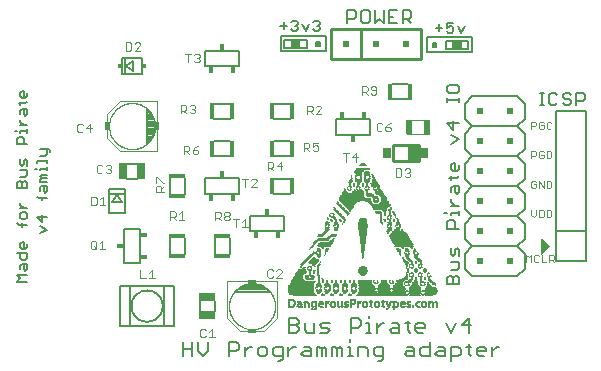
<source format=gto>
G75*
G70*
%OFA0B0*%
%FSLAX24Y24*%
%IPPOS*%
%LPD*%
%AMOC8*
5,1,8,0,0,1.08239X$1,22.5*
%
%ADD10C,0.0040*%
%ADD11C,0.0080*%
%ADD12C,0.0060*%
%ADD13R,0.0140X0.0560*%
%ADD14R,0.0200X0.0200*%
%ADD15R,0.0560X0.0140*%
%ADD16R,0.0230X0.0180*%
%ADD17R,0.0551X0.0256*%
%ADD18C,0.0050*%
%ADD19R,0.0276X0.0177*%
%ADD20R,0.0276X0.0157*%
%ADD21R,0.0551X0.0079*%
%ADD22R,0.0256X0.0551*%
%ADD23R,0.0177X0.0276*%
%ADD24R,0.0157X0.0276*%
%ADD25R,0.0079X0.0551*%
%ADD26R,0.0157X0.0126*%
%ADD27C,0.0025*%
%ADD28R,0.0197X0.0512*%
%ADD29C,0.0100*%
%ADD30R,0.0295X0.0335*%
%ADD31R,0.0354X0.0531*%
%ADD32R,0.0180X0.0230*%
%ADD33R,0.0150X0.0010*%
%ADD34R,0.0070X0.0010*%
%ADD35R,0.0160X0.0010*%
%ADD36R,0.0080X0.0010*%
%ADD37R,0.0170X0.0010*%
%ADD38R,0.0090X0.0010*%
%ADD39R,0.0040X0.0010*%
%ADD40R,0.0100X0.0010*%
%ADD41R,0.0010X0.0010*%
%ADD42R,0.0060X0.0010*%
%ADD43R,0.0130X0.0010*%
%ADD44R,0.0050X0.0010*%
%ADD45R,0.0110X0.0010*%
%ADD46R,0.0140X0.0010*%
%ADD47R,0.0120X0.0010*%
%ADD48R,0.0190X0.0010*%
%ADD49R,0.0180X0.0010*%
%ADD50R,0.0210X0.0010*%
%ADD51R,0.0220X0.0010*%
%ADD52R,0.0200X0.0010*%
%ADD53R,0.0030X0.0010*%
%ADD54R,0.0020X0.0010*%
%ADD55R,0.0310X0.0010*%
%ADD56R,0.0780X0.0010*%
%ADD57R,0.1640X0.0010*%
%ADD58R,0.0380X0.0010*%
%ADD59R,0.0260X0.0010*%
%ADD60R,0.0800X0.0010*%
%ADD61R,0.1610X0.0010*%
%ADD62R,0.0360X0.0010*%
%ADD63R,0.0290X0.0010*%
%ADD64R,0.0820X0.0010*%
%ADD65R,0.1590X0.0010*%
%ADD66R,0.0340X0.0010*%
%ADD67R,0.0840X0.0010*%
%ADD68R,0.1570X0.0010*%
%ADD69R,0.0330X0.0010*%
%ADD70R,0.0320X0.0010*%
%ADD71R,0.1550X0.0010*%
%ADD72R,0.0300X0.0010*%
%ADD73R,0.0850X0.0010*%
%ADD74R,0.1080X0.0010*%
%ADD75R,0.0520X0.0010*%
%ADD76R,0.0450X0.0010*%
%ADD77R,0.0420X0.0010*%
%ADD78R,0.0540X0.0010*%
%ADD79R,0.0410X0.0010*%
%ADD80R,0.0430X0.0010*%
%ADD81R,0.0860X0.0010*%
%ADD82R,0.0530X0.0010*%
%ADD83R,0.0390X0.0010*%
%ADD84R,0.0510X0.0010*%
%ADD85R,0.0400X0.0010*%
%ADD86R,0.0500X0.0010*%
%ADD87R,0.0480X0.0010*%
%ADD88R,0.0370X0.0010*%
%ADD89R,0.0440X0.0010*%
%ADD90R,0.0870X0.0010*%
%ADD91R,0.0350X0.0010*%
%ADD92R,0.0490X0.0010*%
%ADD93R,0.0230X0.0010*%
%ADD94R,0.0270X0.0010*%
%ADD95R,0.0240X0.0010*%
%ADD96R,0.0830X0.0010*%
%ADD97R,0.0280X0.0010*%
%ADD98R,0.0810X0.0010*%
%ADD99R,0.0470X0.0010*%
%ADD100R,0.0250X0.0010*%
%ADD101R,0.0460X0.0010*%
%ADD102R,0.0640X0.0010*%
%ADD103R,0.0630X0.0010*%
%ADD104R,0.0620X0.0010*%
%ADD105R,0.0610X0.0010*%
%ADD106R,0.0590X0.0010*%
%ADD107R,0.0580X0.0010*%
%ADD108R,0.0560X0.0010*%
%ADD109R,0.0550X0.0010*%
%ADD110R,0.0570X0.0010*%
%ADD111R,0.0650X0.0010*%
%ADD112R,0.0680X0.0010*%
%ADD113R,0.0720X0.0010*%
%ADD114R,0.1060X0.0010*%
%ADD115R,0.1070X0.0010*%
%ADD116R,0.1050X0.0010*%
%ADD117R,0.0920X0.0010*%
%ADD118R,0.0890X0.0010*%
%ADD119R,0.0770X0.0010*%
%ADD120R,0.0760X0.0010*%
%ADD121R,0.0750X0.0010*%
%ADD122R,0.0740X0.0010*%
%ADD123R,0.0730X0.0010*%
D10*
X007670Y006439D02*
X007857Y006439D01*
X007965Y006439D02*
X008152Y006439D01*
X008059Y006439D02*
X008059Y006719D01*
X007965Y006626D01*
X007670Y006719D02*
X007670Y006439D01*
X006504Y007423D02*
X006318Y007423D01*
X006411Y007423D02*
X006411Y007703D01*
X006318Y007609D01*
X006210Y007656D02*
X006210Y007469D01*
X006163Y007423D01*
X006070Y007423D01*
X006023Y007469D01*
X006023Y007656D01*
X006070Y007703D01*
X006163Y007703D01*
X006210Y007656D01*
X006116Y007516D02*
X006210Y007423D01*
X006169Y008886D02*
X006029Y008886D01*
X006029Y009167D01*
X006169Y009167D01*
X006216Y009120D01*
X006216Y008933D01*
X006169Y008886D01*
X006324Y008886D02*
X006511Y008886D01*
X006417Y008886D02*
X006417Y009167D01*
X006324Y009073D01*
X006361Y009939D02*
X006267Y009939D01*
X006220Y009986D01*
X006220Y010173D01*
X006267Y010219D01*
X006361Y010219D01*
X006407Y010173D01*
X006515Y010173D02*
X006562Y010219D01*
X006655Y010219D01*
X006702Y010173D01*
X006702Y010126D01*
X006655Y010079D01*
X006702Y010032D01*
X006702Y009986D01*
X006655Y009939D01*
X006562Y009939D01*
X006515Y009986D01*
X006407Y009986D02*
X006361Y009939D01*
X006609Y010079D02*
X006655Y010079D01*
X007007Y010692D02*
X006574Y011125D01*
X006574Y011913D01*
X007007Y012346D01*
X008227Y012346D01*
X008227Y011854D01*
X008081Y011819D02*
X007893Y011819D01*
X007893Y011781D02*
X008094Y011781D01*
X008107Y011742D02*
X007893Y011742D01*
X007893Y011704D02*
X008120Y011704D01*
X008129Y011677D02*
X008070Y011854D01*
X007893Y012070D01*
X007893Y010968D01*
X007893Y010948D01*
X008070Y011184D01*
X008129Y011381D01*
X008129Y011677D01*
X008129Y011665D02*
X007893Y011665D01*
X007893Y011626D02*
X008129Y011626D01*
X008129Y011588D02*
X007893Y011588D01*
X007893Y011549D02*
X008129Y011549D01*
X008129Y011511D02*
X007893Y011511D01*
X007893Y011472D02*
X008129Y011472D01*
X008129Y011434D02*
X007893Y011434D01*
X007893Y011395D02*
X008129Y011395D01*
X008121Y011357D02*
X007893Y011357D01*
X007893Y011318D02*
X008110Y011318D01*
X008098Y011280D02*
X007893Y011280D01*
X007893Y011241D02*
X008087Y011241D01*
X008075Y011202D02*
X007893Y011202D01*
X007893Y011164D02*
X008054Y011164D01*
X008025Y011125D02*
X007893Y011125D01*
X007893Y011087D02*
X007997Y011087D01*
X007968Y011048D02*
X007893Y011048D01*
X007893Y011010D02*
X007939Y011010D01*
X007910Y010971D02*
X007893Y010971D01*
X007873Y010929D02*
X007873Y012110D01*
X007893Y012050D02*
X007909Y012050D01*
X007893Y012012D02*
X007940Y012012D01*
X007972Y011973D02*
X007893Y011973D01*
X007893Y011935D02*
X008003Y011935D01*
X008035Y011896D02*
X007893Y011896D01*
X007893Y011858D02*
X008067Y011858D01*
X008227Y012346D02*
X008227Y010692D01*
X007007Y010692D01*
X006574Y011125D01*
X006012Y011314D02*
X006012Y011594D01*
X005872Y011454D01*
X006059Y011454D01*
X005764Y011547D02*
X005718Y011594D01*
X005624Y011594D01*
X005578Y011547D01*
X005578Y011360D01*
X005624Y011314D01*
X005718Y011314D01*
X005764Y011360D01*
X006574Y011913D02*
X007007Y012346D01*
X008227Y012346D01*
X009020Y012219D02*
X009020Y011939D01*
X009020Y012032D02*
X009161Y012032D01*
X009207Y012079D01*
X009207Y012173D01*
X009161Y012219D01*
X009020Y012219D01*
X009315Y012173D02*
X009362Y012219D01*
X009455Y012219D01*
X009502Y012173D01*
X009502Y012126D01*
X009455Y012079D01*
X009502Y012032D01*
X009502Y011986D01*
X009455Y011939D01*
X009362Y011939D01*
X009315Y011986D01*
X009207Y011939D02*
X009114Y012032D01*
X009409Y012079D02*
X009455Y012079D01*
X008227Y011184D02*
X008227Y010692D01*
X007007Y010692D01*
X006711Y011854D02*
X006737Y011902D01*
X006766Y011949D01*
X006799Y011994D01*
X006835Y012036D01*
X006874Y012075D01*
X006915Y012112D01*
X006959Y012145D01*
X007005Y012176D01*
X007054Y012202D01*
X007104Y012225D01*
X007156Y012245D01*
X007209Y012261D01*
X007263Y012273D01*
X007317Y012281D01*
X007372Y012285D01*
X007428Y012285D01*
X007483Y012281D01*
X007537Y012273D01*
X007591Y012261D01*
X007644Y012245D01*
X007696Y012225D01*
X007746Y012202D01*
X007795Y012176D01*
X007841Y012145D01*
X007885Y012112D01*
X007926Y012075D01*
X007965Y012036D01*
X008001Y011994D01*
X008034Y011949D01*
X008063Y011902D01*
X008089Y011854D01*
X008089Y011184D02*
X008063Y011136D01*
X008034Y011089D01*
X008001Y011044D01*
X007965Y011002D01*
X007926Y010963D01*
X007885Y010926D01*
X007841Y010893D01*
X007795Y010862D01*
X007746Y010836D01*
X007696Y010813D01*
X007644Y010793D01*
X007591Y010777D01*
X007537Y010765D01*
X007483Y010757D01*
X007428Y010753D01*
X007372Y010753D01*
X007317Y010757D01*
X007263Y010765D01*
X007209Y010777D01*
X007156Y010793D01*
X007104Y010813D01*
X007054Y010836D01*
X007005Y010862D01*
X006959Y010893D01*
X006915Y010926D01*
X006874Y010963D01*
X006835Y011002D01*
X006799Y011044D01*
X006766Y011089D01*
X006737Y011136D01*
X006711Y011184D01*
X006632Y011519D02*
X006634Y011574D01*
X006640Y011628D01*
X006650Y011682D01*
X006663Y011735D01*
X006680Y011787D01*
X006701Y011838D01*
X006726Y011887D01*
X006754Y011934D01*
X006785Y011979D01*
X006820Y012022D01*
X006857Y012062D01*
X006897Y012099D01*
X006940Y012134D01*
X006985Y012165D01*
X007032Y012193D01*
X007081Y012218D01*
X007132Y012239D01*
X007184Y012256D01*
X007237Y012269D01*
X007291Y012279D01*
X007345Y012285D01*
X007400Y012287D01*
X007455Y012285D01*
X007509Y012279D01*
X007563Y012269D01*
X007616Y012256D01*
X007668Y012239D01*
X007719Y012218D01*
X007768Y012193D01*
X007815Y012165D01*
X007860Y012134D01*
X007903Y012099D01*
X007943Y012062D01*
X007980Y012022D01*
X008015Y011979D01*
X008046Y011934D01*
X008074Y011887D01*
X008099Y011838D01*
X008120Y011787D01*
X008137Y011735D01*
X008150Y011682D01*
X008160Y011628D01*
X008166Y011574D01*
X008168Y011519D01*
X008166Y011464D01*
X008160Y011410D01*
X008150Y011356D01*
X008137Y011303D01*
X008120Y011251D01*
X008099Y011200D01*
X008074Y011151D01*
X008046Y011104D01*
X008015Y011059D01*
X007980Y011016D01*
X007943Y010976D01*
X007903Y010939D01*
X007860Y010904D01*
X007815Y010873D01*
X007768Y010845D01*
X007719Y010820D01*
X007668Y010799D01*
X007616Y010782D01*
X007563Y010769D01*
X007509Y010759D01*
X007455Y010753D01*
X007400Y010751D01*
X007345Y010753D01*
X007291Y010759D01*
X007237Y010769D01*
X007184Y010782D01*
X007132Y010799D01*
X007081Y010820D01*
X007032Y010845D01*
X006985Y010873D01*
X006940Y010904D01*
X006897Y010939D01*
X006857Y010976D01*
X006820Y011016D01*
X006785Y011059D01*
X006754Y011104D01*
X006726Y011151D01*
X006701Y011200D01*
X006680Y011251D01*
X006663Y011303D01*
X006650Y011356D01*
X006640Y011410D01*
X006634Y011464D01*
X006632Y011519D01*
X009120Y010869D02*
X009120Y010589D01*
X009120Y010682D02*
X009261Y010682D01*
X009307Y010729D01*
X009307Y010823D01*
X009261Y010869D01*
X009120Y010869D01*
X009214Y010682D02*
X009307Y010589D01*
X009415Y010636D02*
X009462Y010589D01*
X009555Y010589D01*
X009602Y010636D01*
X009602Y010682D01*
X009555Y010729D01*
X009415Y010729D01*
X009415Y010636D01*
X009415Y010729D02*
X009509Y010823D01*
X009602Y010869D01*
X008422Y009629D02*
X008235Y009816D01*
X008188Y009816D01*
X008188Y009629D01*
X008235Y009521D02*
X008329Y009521D01*
X008375Y009474D01*
X008375Y009334D01*
X008469Y009334D02*
X008188Y009334D01*
X008188Y009474D01*
X008235Y009521D01*
X008375Y009428D02*
X008469Y009521D01*
X008469Y009629D02*
X008422Y009629D01*
X008662Y008673D02*
X008802Y008673D01*
X008849Y008626D01*
X008849Y008533D01*
X008802Y008486D01*
X008662Y008486D01*
X008662Y008393D02*
X008662Y008673D01*
X008756Y008486D02*
X008849Y008393D01*
X008957Y008393D02*
X009144Y008393D01*
X009050Y008393D02*
X009050Y008673D01*
X008957Y008579D01*
X010173Y008653D02*
X010173Y008373D01*
X010173Y008466D02*
X010313Y008466D01*
X010360Y008513D01*
X010360Y008606D01*
X010313Y008653D01*
X010173Y008653D01*
X010266Y008466D02*
X010360Y008373D01*
X010468Y008419D02*
X010468Y008466D01*
X010514Y008513D01*
X010608Y008513D01*
X010654Y008466D01*
X010654Y008419D01*
X010608Y008373D01*
X010514Y008373D01*
X010468Y008419D01*
X010514Y008513D02*
X010468Y008559D01*
X010468Y008606D01*
X010514Y008653D01*
X010608Y008653D01*
X010654Y008606D01*
X010654Y008559D01*
X010608Y008513D01*
X010770Y008419D02*
X010957Y008419D01*
X010864Y008419D02*
X010864Y008139D01*
X011065Y008139D02*
X011252Y008139D01*
X011159Y008139D02*
X011159Y008419D01*
X011065Y008326D01*
X011164Y009489D02*
X011164Y009769D01*
X011257Y009769D02*
X011070Y009769D01*
X011365Y009723D02*
X011412Y009769D01*
X011505Y009769D01*
X011552Y009723D01*
X011552Y009676D01*
X011365Y009489D01*
X011552Y009489D01*
X011920Y010039D02*
X011920Y010319D01*
X012061Y010319D01*
X012107Y010273D01*
X012107Y010179D01*
X012061Y010132D01*
X011920Y010132D01*
X012014Y010132D02*
X012107Y010039D01*
X012215Y010179D02*
X012402Y010179D01*
X012355Y010039D02*
X012355Y010319D01*
X012215Y010179D01*
X013120Y010689D02*
X013120Y010969D01*
X013261Y010969D01*
X013307Y010923D01*
X013307Y010829D01*
X013261Y010782D01*
X013120Y010782D01*
X013214Y010782D02*
X013307Y010689D01*
X013415Y010736D02*
X013462Y010689D01*
X013555Y010689D01*
X013602Y010736D01*
X013602Y010829D01*
X013555Y010876D01*
X013509Y010876D01*
X013415Y010829D01*
X013415Y010969D01*
X013602Y010969D01*
X014439Y010618D02*
X014626Y010618D01*
X014533Y010618D02*
X014533Y010338D01*
X014734Y010478D02*
X014921Y010478D01*
X014874Y010618D02*
X014734Y010478D01*
X014874Y010338D02*
X014874Y010618D01*
X015595Y011343D02*
X015689Y011343D01*
X015735Y011390D01*
X015843Y011390D02*
X015890Y011343D01*
X015983Y011343D01*
X016030Y011390D01*
X016030Y011436D01*
X015983Y011483D01*
X015843Y011483D01*
X015843Y011390D01*
X015843Y011483D02*
X015937Y011577D01*
X016030Y011623D01*
X015735Y011577D02*
X015689Y011623D01*
X015595Y011623D01*
X015549Y011577D01*
X015549Y011390D01*
X015595Y011343D01*
X016560Y011251D02*
X017288Y011251D01*
X017288Y011724D02*
X016560Y011724D01*
X015546Y012615D02*
X015499Y012569D01*
X015406Y012569D01*
X015359Y012615D01*
X015406Y012709D02*
X015546Y012709D01*
X015546Y012802D02*
X015546Y012615D01*
X015406Y012709D02*
X015359Y012755D01*
X015359Y012802D01*
X015406Y012849D01*
X015499Y012849D01*
X015546Y012802D01*
X015251Y012802D02*
X015251Y012709D01*
X015204Y012662D01*
X015064Y012662D01*
X015064Y012569D02*
X015064Y012849D01*
X015204Y012849D01*
X015251Y012802D01*
X015158Y012662D02*
X015251Y012569D01*
X013713Y012153D02*
X013666Y012199D01*
X013573Y012199D01*
X013526Y012153D01*
X013418Y012153D02*
X013418Y012059D01*
X013371Y012012D01*
X013231Y012012D01*
X013231Y011919D02*
X013231Y012199D01*
X013371Y012199D01*
X013418Y012153D01*
X013325Y012012D02*
X013418Y011919D01*
X013526Y011919D02*
X013713Y012106D01*
X013713Y012153D01*
X013713Y011919D02*
X013526Y011919D01*
X016188Y010106D02*
X016328Y010106D01*
X016375Y010059D01*
X016375Y009872D01*
X016328Y009826D01*
X016188Y009826D01*
X016188Y010106D01*
X016483Y010059D02*
X016530Y010106D01*
X016623Y010106D01*
X016670Y010059D01*
X016670Y010013D01*
X016623Y009966D01*
X016670Y009919D01*
X016670Y009872D01*
X016623Y009826D01*
X016530Y009826D01*
X016483Y009872D01*
X016576Y009966D02*
X016623Y009966D01*
X020710Y009657D02*
X020710Y009500D01*
X020750Y009460D01*
X020828Y009460D01*
X020868Y009500D01*
X020868Y009578D01*
X020789Y009578D01*
X020868Y009657D02*
X020828Y009696D01*
X020750Y009696D01*
X020710Y009657D01*
X020964Y009696D02*
X020964Y009460D01*
X021121Y009460D02*
X020964Y009696D01*
X021121Y009696D02*
X021121Y009460D01*
X021218Y009460D02*
X021336Y009460D01*
X021375Y009500D01*
X021375Y009657D01*
X021336Y009696D01*
X021218Y009696D01*
X021218Y009460D01*
X021218Y008712D02*
X021336Y008712D01*
X021375Y008673D01*
X021375Y008515D01*
X021336Y008476D01*
X021218Y008476D01*
X021218Y008712D01*
X021121Y008673D02*
X021082Y008712D01*
X020964Y008712D01*
X020964Y008476D01*
X021082Y008476D01*
X021121Y008515D01*
X021121Y008673D01*
X020868Y008712D02*
X020868Y008555D01*
X020789Y008476D01*
X020710Y008555D01*
X020710Y008712D01*
X020704Y007220D02*
X020704Y006984D01*
X020800Y007023D02*
X020800Y007180D01*
X020839Y007220D01*
X020918Y007220D01*
X020957Y007180D01*
X021054Y007220D02*
X021054Y006984D01*
X021211Y006984D01*
X021308Y006984D02*
X021308Y007220D01*
X021426Y007220D01*
X021465Y007180D01*
X021465Y007102D01*
X021426Y007063D01*
X021308Y007063D01*
X021386Y007063D02*
X021465Y006984D01*
X020957Y007023D02*
X020918Y006984D01*
X020839Y006984D01*
X020800Y007023D01*
X020625Y007141D02*
X020704Y007220D01*
X020625Y007141D02*
X020546Y007220D01*
X020546Y006984D01*
X020710Y010445D02*
X020710Y010680D01*
X020828Y010680D01*
X020868Y010641D01*
X020868Y010562D01*
X020828Y010523D01*
X020710Y010523D01*
X020964Y010484D02*
X020964Y010641D01*
X021003Y010680D01*
X021082Y010680D01*
X021121Y010641D01*
X021121Y010562D02*
X021043Y010562D01*
X021121Y010562D02*
X021121Y010484D01*
X021082Y010445D01*
X021003Y010445D01*
X020964Y010484D01*
X021218Y010445D02*
X021218Y010680D01*
X021336Y010680D01*
X021375Y010641D01*
X021375Y010484D01*
X021336Y010445D01*
X021218Y010445D01*
X021257Y011429D02*
X021336Y011429D01*
X021375Y011468D01*
X021257Y011429D02*
X021218Y011468D01*
X021218Y011625D01*
X021257Y011665D01*
X021336Y011665D01*
X021375Y011625D01*
X021121Y011625D02*
X021082Y011665D01*
X021003Y011665D01*
X020964Y011625D01*
X020964Y011468D01*
X021003Y011429D01*
X021082Y011429D01*
X021121Y011468D01*
X021121Y011547D01*
X021043Y011547D01*
X020868Y011547D02*
X020828Y011507D01*
X020710Y011507D01*
X020710Y011429D02*
X020710Y011665D01*
X020828Y011665D01*
X020868Y011625D01*
X020868Y011547D01*
X012394Y006700D02*
X012347Y006747D01*
X012254Y006747D01*
X012207Y006700D01*
X012099Y006700D02*
X012053Y006747D01*
X011959Y006747D01*
X011913Y006700D01*
X011913Y006513D01*
X011959Y006467D01*
X012053Y006467D01*
X012099Y006513D01*
X012207Y006467D02*
X012394Y006653D01*
X012394Y006700D01*
X012394Y006467D02*
X012207Y006467D01*
X012227Y006346D02*
X012227Y005125D01*
X011794Y004692D01*
X011007Y004692D01*
X010574Y005125D01*
X010574Y006346D01*
X011066Y006346D01*
X011076Y006192D02*
X011724Y006192D01*
X011735Y006188D02*
X011538Y006247D01*
X011243Y006247D01*
X011066Y006188D01*
X010849Y006011D01*
X011952Y006011D01*
X011971Y006011D01*
X011735Y006188D01*
X011782Y006153D02*
X011023Y006153D01*
X010976Y006115D02*
X011833Y006115D01*
X011885Y006076D02*
X010929Y006076D01*
X010882Y006038D02*
X011936Y006038D01*
X011991Y005991D02*
X010810Y005991D01*
X010574Y006346D02*
X012227Y006346D01*
X011735Y006346D01*
X011595Y006230D02*
X011192Y006230D01*
X010574Y006346D02*
X010574Y005125D01*
X011007Y004692D01*
X011794Y004692D02*
X012227Y005125D01*
X012227Y006346D01*
X011065Y006208D02*
X011017Y006182D01*
X010970Y006153D01*
X010925Y006120D01*
X010883Y006084D01*
X010844Y006045D01*
X010807Y006004D01*
X010774Y005960D01*
X010743Y005914D01*
X010717Y005865D01*
X010694Y005815D01*
X010674Y005763D01*
X010658Y005710D01*
X010646Y005656D01*
X010638Y005602D01*
X010634Y005547D01*
X010634Y005491D01*
X010638Y005436D01*
X010646Y005382D01*
X010658Y005328D01*
X010674Y005275D01*
X010694Y005223D01*
X010717Y005173D01*
X010743Y005124D01*
X010774Y005078D01*
X010807Y005034D01*
X010844Y004993D01*
X010883Y004954D01*
X010925Y004918D01*
X010970Y004885D01*
X011017Y004856D01*
X011065Y004830D01*
X011735Y004830D02*
X011783Y004856D01*
X011830Y004885D01*
X011875Y004918D01*
X011917Y004954D01*
X011956Y004993D01*
X011993Y005034D01*
X012026Y005078D01*
X012057Y005124D01*
X012083Y005173D01*
X012106Y005223D01*
X012126Y005275D01*
X012142Y005328D01*
X012154Y005382D01*
X012162Y005436D01*
X012166Y005491D01*
X012166Y005547D01*
X012162Y005602D01*
X012154Y005656D01*
X012142Y005710D01*
X012126Y005763D01*
X012106Y005815D01*
X012083Y005865D01*
X012057Y005914D01*
X012026Y005960D01*
X011993Y006004D01*
X011956Y006045D01*
X011917Y006084D01*
X011875Y006120D01*
X011830Y006153D01*
X011783Y006182D01*
X011735Y006208D01*
X010632Y005519D02*
X010634Y005574D01*
X010640Y005628D01*
X010650Y005682D01*
X010663Y005735D01*
X010680Y005787D01*
X010701Y005838D01*
X010726Y005887D01*
X010754Y005934D01*
X010785Y005979D01*
X010820Y006022D01*
X010857Y006062D01*
X010897Y006099D01*
X010940Y006134D01*
X010985Y006165D01*
X011032Y006193D01*
X011081Y006218D01*
X011132Y006239D01*
X011184Y006256D01*
X011237Y006269D01*
X011291Y006279D01*
X011345Y006285D01*
X011400Y006287D01*
X011455Y006285D01*
X011509Y006279D01*
X011563Y006269D01*
X011616Y006256D01*
X011668Y006239D01*
X011719Y006218D01*
X011768Y006193D01*
X011815Y006165D01*
X011860Y006134D01*
X011903Y006099D01*
X011943Y006062D01*
X011980Y006022D01*
X012015Y005979D01*
X012046Y005934D01*
X012074Y005887D01*
X012099Y005838D01*
X012120Y005787D01*
X012137Y005735D01*
X012150Y005682D01*
X012160Y005628D01*
X012166Y005574D01*
X012168Y005519D01*
X012166Y005464D01*
X012160Y005410D01*
X012150Y005356D01*
X012137Y005303D01*
X012120Y005251D01*
X012099Y005200D01*
X012074Y005151D01*
X012046Y005104D01*
X012015Y005059D01*
X011980Y005016D01*
X011943Y004976D01*
X011903Y004939D01*
X011860Y004904D01*
X011815Y004873D01*
X011768Y004845D01*
X011719Y004820D01*
X011668Y004799D01*
X011616Y004782D01*
X011563Y004769D01*
X011509Y004759D01*
X011455Y004753D01*
X011400Y004751D01*
X011345Y004753D01*
X011291Y004759D01*
X011237Y004769D01*
X011184Y004782D01*
X011132Y004799D01*
X011081Y004820D01*
X011032Y004845D01*
X010985Y004873D01*
X010940Y004904D01*
X010897Y004939D01*
X010857Y004976D01*
X010820Y005016D01*
X010785Y005059D01*
X010754Y005104D01*
X010726Y005151D01*
X010701Y005200D01*
X010680Y005251D01*
X010663Y005303D01*
X010650Y005356D01*
X010640Y005410D01*
X010634Y005464D01*
X010632Y005519D01*
X010061Y004753D02*
X009968Y004659D01*
X009860Y004706D02*
X009813Y004753D01*
X009720Y004753D01*
X009673Y004706D01*
X009673Y004519D01*
X009720Y004473D01*
X009813Y004473D01*
X009860Y004519D01*
X009968Y004473D02*
X010154Y004473D01*
X010061Y004473D02*
X010061Y004753D01*
X009605Y013639D02*
X009512Y013639D01*
X009465Y013686D01*
X009559Y013779D02*
X009605Y013779D01*
X009652Y013732D01*
X009652Y013686D01*
X009605Y013639D01*
X009605Y013779D02*
X009652Y013826D01*
X009652Y013873D01*
X009605Y013919D01*
X009512Y013919D01*
X009465Y013873D01*
X009357Y013919D02*
X009170Y013919D01*
X009264Y013919D02*
X009264Y013639D01*
X007669Y014033D02*
X007482Y014033D01*
X007669Y014220D01*
X007669Y014266D01*
X007622Y014313D01*
X007529Y014313D01*
X007482Y014266D01*
X007374Y014266D02*
X007328Y014313D01*
X007187Y014313D01*
X007187Y014033D01*
X007328Y014033D01*
X007374Y014079D01*
X007374Y014266D01*
D11*
X014580Y014960D02*
X014580Y015381D01*
X014790Y015381D01*
X014860Y015310D01*
X014860Y015170D01*
X014790Y015100D01*
X014580Y015100D01*
X015040Y015030D02*
X015110Y014960D01*
X015250Y014960D01*
X015320Y015030D01*
X015320Y015310D01*
X015250Y015381D01*
X015110Y015381D01*
X015040Y015310D01*
X015040Y015030D01*
X015500Y014960D02*
X015641Y015100D01*
X015781Y014960D01*
X015781Y015381D01*
X015961Y015381D02*
X015961Y014960D01*
X016241Y014960D01*
X016421Y014960D02*
X016421Y015381D01*
X016631Y015381D01*
X016701Y015310D01*
X016701Y015170D01*
X016631Y015100D01*
X016421Y015100D01*
X016561Y015100D02*
X016701Y014960D01*
X016241Y015381D02*
X015961Y015381D01*
X015961Y015170D02*
X016101Y015170D01*
X015500Y015381D02*
X015500Y014960D01*
X017884Y012835D02*
X017954Y012905D01*
X018235Y012905D01*
X018305Y012835D01*
X018305Y012695D01*
X018235Y012625D01*
X017954Y012625D01*
X017884Y012695D01*
X017884Y012835D01*
X017884Y012458D02*
X017884Y012318D01*
X017884Y012388D02*
X018305Y012388D01*
X018305Y012318D02*
X018305Y012458D01*
X018094Y011678D02*
X018094Y011397D01*
X017884Y011607D01*
X018305Y011607D01*
X018024Y011217D02*
X018305Y011077D01*
X018024Y010937D01*
X018094Y010296D02*
X018164Y010296D01*
X018164Y010016D01*
X018094Y010016D02*
X018235Y010016D01*
X018305Y010086D01*
X018305Y010226D01*
X018094Y010296D02*
X018024Y010226D01*
X018024Y010086D01*
X018094Y010016D01*
X018024Y009849D02*
X018024Y009709D01*
X017954Y009779D02*
X018235Y009779D01*
X018305Y009849D01*
X018305Y009529D02*
X018094Y009529D01*
X018024Y009459D01*
X018024Y009319D01*
X018164Y009319D02*
X018164Y009529D01*
X018305Y009529D02*
X018305Y009319D01*
X018235Y009249D01*
X018164Y009319D01*
X018024Y009076D02*
X018024Y009005D01*
X018164Y008865D01*
X018024Y008865D02*
X018305Y008865D01*
X018305Y008699D02*
X018305Y008558D01*
X018305Y008629D02*
X018024Y008629D01*
X018024Y008558D01*
X017884Y008629D02*
X017814Y008629D01*
X017954Y008378D02*
X018094Y008378D01*
X018164Y008308D01*
X018164Y008098D01*
X018305Y008098D02*
X017884Y008098D01*
X017884Y008308D01*
X017954Y008378D01*
X018024Y007458D02*
X018024Y007247D01*
X018094Y007177D01*
X018164Y007247D01*
X018164Y007388D01*
X018235Y007458D01*
X018305Y007388D01*
X018305Y007177D01*
X018305Y006997D02*
X018024Y006997D01*
X018305Y006997D02*
X018305Y006787D01*
X018235Y006717D01*
X018024Y006717D01*
X018024Y006537D02*
X018094Y006467D01*
X018094Y006257D01*
X017884Y006257D02*
X017884Y006467D01*
X017954Y006537D01*
X018024Y006537D01*
X018094Y006467D02*
X018164Y006537D01*
X018235Y006537D01*
X018305Y006467D01*
X018305Y006257D01*
X017884Y006257D01*
X017876Y004958D02*
X018036Y004638D01*
X018196Y004958D01*
X018391Y004878D02*
X018711Y004878D01*
X018631Y004638D02*
X018631Y005118D01*
X018391Y004878D01*
X018623Y004251D02*
X018623Y003930D01*
X018703Y003850D01*
X018887Y003930D02*
X018887Y004091D01*
X018967Y004171D01*
X019127Y004171D01*
X019207Y004091D01*
X019207Y004011D01*
X018887Y004011D01*
X018887Y003930D02*
X018967Y003850D01*
X019127Y003850D01*
X019403Y003850D02*
X019403Y004171D01*
X019403Y004011D02*
X019563Y004171D01*
X019643Y004171D01*
X018703Y004171D02*
X018543Y004171D01*
X018348Y004091D02*
X018348Y003930D01*
X018268Y003850D01*
X018028Y003850D01*
X018028Y003690D02*
X018028Y004171D01*
X018268Y004171D01*
X018348Y004091D01*
X017832Y004091D02*
X017832Y003850D01*
X017592Y003850D01*
X017512Y003930D01*
X017592Y004011D01*
X017832Y004011D01*
X017832Y004091D02*
X017752Y004171D01*
X017592Y004171D01*
X017317Y004171D02*
X017076Y004171D01*
X016996Y004091D01*
X016996Y003930D01*
X017076Y003850D01*
X017317Y003850D01*
X017317Y004331D01*
X017085Y004638D02*
X016924Y004638D01*
X016844Y004718D01*
X016844Y004878D01*
X016924Y004958D01*
X017085Y004958D01*
X017165Y004878D01*
X017165Y004798D01*
X016844Y004798D01*
X016661Y004958D02*
X016501Y004958D01*
X016581Y005038D02*
X016581Y004718D01*
X016661Y004638D01*
X016305Y004638D02*
X016065Y004638D01*
X015985Y004718D01*
X016065Y004798D01*
X016305Y004798D01*
X016305Y004878D02*
X016305Y004638D01*
X016305Y004878D02*
X016225Y004958D01*
X016065Y004958D01*
X015795Y004958D02*
X015715Y004958D01*
X015555Y004798D01*
X015555Y004638D02*
X015555Y004958D01*
X015292Y004958D02*
X015292Y004638D01*
X015212Y004638D02*
X015372Y004638D01*
X015016Y004878D02*
X014936Y004798D01*
X014696Y004798D01*
X014696Y004638D02*
X014696Y005118D01*
X014936Y005118D01*
X015016Y005038D01*
X015016Y004878D01*
X015212Y004958D02*
X015292Y004958D01*
X015292Y005118D02*
X015292Y005198D01*
X014670Y004411D02*
X014670Y004331D01*
X014670Y004171D02*
X014670Y003850D01*
X014590Y003850D02*
X014750Y003850D01*
X014934Y003850D02*
X014934Y004171D01*
X015174Y004171D01*
X015254Y004091D01*
X015254Y003850D01*
X015449Y003930D02*
X015530Y003850D01*
X015770Y003850D01*
X015770Y003770D02*
X015770Y004171D01*
X015530Y004171D01*
X015449Y004091D01*
X015449Y003930D01*
X015690Y003690D02*
X015770Y003770D01*
X015690Y003690D02*
X015610Y003690D01*
X016481Y003930D02*
X016561Y003850D01*
X016801Y003850D01*
X016801Y004091D01*
X016721Y004171D01*
X016561Y004171D01*
X016561Y004011D02*
X016801Y004011D01*
X016561Y004011D02*
X016481Y003930D01*
X014670Y004171D02*
X014590Y004171D01*
X014395Y004091D02*
X014395Y003850D01*
X014235Y003850D02*
X014235Y004091D01*
X014315Y004171D01*
X014395Y004091D01*
X014235Y004091D02*
X014155Y004171D01*
X014074Y004171D01*
X014074Y003850D01*
X013879Y003850D02*
X013879Y004091D01*
X013799Y004171D01*
X013719Y004091D01*
X013719Y003850D01*
X013559Y003850D02*
X013559Y004171D01*
X013639Y004171D01*
X013719Y004091D01*
X013363Y004091D02*
X013363Y003850D01*
X013123Y003850D01*
X013043Y003930D01*
X013123Y004011D01*
X013363Y004011D01*
X013363Y004091D02*
X013283Y004171D01*
X013123Y004171D01*
X012854Y004171D02*
X012774Y004171D01*
X012614Y004011D01*
X012614Y004171D02*
X012614Y003850D01*
X012418Y003850D02*
X012178Y003850D01*
X012098Y003930D01*
X012098Y004091D01*
X012178Y004171D01*
X012418Y004171D01*
X012418Y003770D01*
X012338Y003690D01*
X012258Y003690D01*
X011903Y003930D02*
X011903Y004091D01*
X011822Y004171D01*
X011662Y004171D01*
X011582Y004091D01*
X011582Y003930D01*
X011662Y003850D01*
X011822Y003850D01*
X011903Y003930D01*
X011393Y004171D02*
X011313Y004171D01*
X011153Y004011D01*
X011153Y004171D02*
X011153Y003850D01*
X010957Y004091D02*
X010877Y004011D01*
X010637Y004011D01*
X010637Y003850D02*
X010637Y004331D01*
X010877Y004331D01*
X010957Y004251D01*
X010957Y004091D01*
X009926Y004011D02*
X009766Y003850D01*
X009606Y004011D01*
X009606Y004331D01*
X009410Y004331D02*
X009410Y003850D01*
X009090Y003850D02*
X009090Y004331D01*
X009090Y004091D02*
X009410Y004091D01*
X009926Y004011D02*
X009926Y004331D01*
X012633Y004638D02*
X012874Y004638D01*
X012954Y004718D01*
X012954Y004798D01*
X012874Y004878D01*
X012633Y004878D01*
X012633Y004638D02*
X012633Y005118D01*
X012874Y005118D01*
X012954Y005038D01*
X012954Y004958D01*
X012874Y004878D01*
X013149Y004958D02*
X013149Y004718D01*
X013229Y004638D01*
X013469Y004638D01*
X013469Y004958D01*
X013665Y004878D02*
X013745Y004958D01*
X013985Y004958D01*
X013905Y004798D02*
X013745Y004798D01*
X013665Y004878D01*
X013665Y004638D02*
X013905Y004638D01*
X013985Y004718D01*
X013905Y004798D01*
X020985Y012209D02*
X021125Y012209D01*
X021055Y012209D02*
X021055Y012629D01*
X020985Y012629D02*
X021125Y012629D01*
X021292Y012559D02*
X021292Y012279D01*
X021362Y012209D01*
X021502Y012209D01*
X021572Y012279D01*
X021752Y012279D02*
X021822Y012209D01*
X021962Y012209D01*
X022032Y012279D01*
X022032Y012349D01*
X021962Y012419D01*
X021822Y012419D01*
X021752Y012489D01*
X021752Y012559D01*
X021822Y012629D01*
X021962Y012629D01*
X022032Y012559D01*
X022212Y012629D02*
X022422Y012629D01*
X022493Y012559D01*
X022493Y012419D01*
X022422Y012349D01*
X022212Y012349D01*
X022212Y012209D02*
X022212Y012629D01*
X021572Y012559D02*
X021502Y012629D01*
X021362Y012629D01*
X021292Y012559D01*
D12*
X008810Y004868D02*
X006991Y004868D01*
X006991Y004879D02*
X006991Y006159D01*
X006991Y006179D02*
X008810Y006179D01*
X008810Y004879D01*
X008471Y004879D02*
X008471Y006159D01*
X007380Y005519D02*
X007382Y005564D01*
X007388Y005609D01*
X007398Y005654D01*
X007411Y005697D01*
X007429Y005739D01*
X007450Y005779D01*
X007474Y005817D01*
X007502Y005853D01*
X007532Y005887D01*
X007566Y005917D01*
X007602Y005945D01*
X007640Y005969D01*
X007680Y005990D01*
X007722Y006008D01*
X007765Y006021D01*
X007810Y006031D01*
X007855Y006037D01*
X007900Y006039D01*
X007945Y006037D01*
X007990Y006031D01*
X008035Y006021D01*
X008078Y006008D01*
X008120Y005990D01*
X008160Y005969D01*
X008198Y005945D01*
X008234Y005917D01*
X008268Y005887D01*
X008298Y005853D01*
X008326Y005817D01*
X008350Y005779D01*
X008371Y005739D01*
X008389Y005697D01*
X008402Y005654D01*
X008412Y005609D01*
X008418Y005564D01*
X008420Y005519D01*
X008418Y005474D01*
X008412Y005429D01*
X008402Y005384D01*
X008389Y005341D01*
X008371Y005299D01*
X008350Y005259D01*
X008326Y005221D01*
X008298Y005185D01*
X008268Y005151D01*
X008234Y005121D01*
X008198Y005093D01*
X008160Y005069D01*
X008120Y005048D01*
X008078Y005030D01*
X008035Y005017D01*
X007990Y005007D01*
X007945Y005001D01*
X007900Y004999D01*
X007855Y005001D01*
X007810Y005007D01*
X007765Y005017D01*
X007722Y005030D01*
X007680Y005048D01*
X007640Y005069D01*
X007602Y005093D01*
X007566Y005121D01*
X007532Y005151D01*
X007502Y005185D01*
X007474Y005221D01*
X007450Y005259D01*
X007429Y005299D01*
X007411Y005341D01*
X007398Y005384D01*
X007388Y005429D01*
X007382Y005474D01*
X007380Y005519D01*
X007330Y004879D02*
X007330Y006169D01*
X007460Y006959D02*
X007140Y006959D01*
X007140Y007179D01*
X007140Y006959D02*
X007140Y008079D01*
X007140Y007859D01*
X007140Y008079D02*
X007460Y008079D01*
X007660Y008079D02*
X007140Y008079D01*
X007660Y008079D02*
X007660Y006959D01*
X007140Y006959D01*
X008650Y007239D02*
X008650Y007799D01*
X009150Y007799D02*
X009150Y007239D01*
X010150Y007239D02*
X010150Y007799D01*
X010650Y007799D02*
X010650Y007239D01*
X009150Y009239D02*
X009150Y009799D01*
X008650Y009799D02*
X008650Y009239D01*
X007176Y009413D02*
X007176Y008625D01*
X006625Y008625D01*
X006625Y009413D01*
X007176Y009413D01*
X006900Y009216D02*
X006743Y008980D01*
X007058Y008980D01*
X006900Y009216D01*
X004564Y009114D02*
X004281Y009114D01*
X004224Y009171D01*
X004394Y009171D02*
X004394Y009058D01*
X004508Y009303D02*
X004451Y009360D01*
X004451Y009530D01*
X004394Y009530D02*
X004564Y009530D01*
X004564Y009360D01*
X004508Y009303D01*
X004338Y009360D02*
X004338Y009473D01*
X004394Y009530D01*
X004338Y009671D02*
X004338Y009728D01*
X004394Y009785D01*
X004338Y009841D01*
X004394Y009898D01*
X004564Y009898D01*
X004564Y009785D02*
X004394Y009785D01*
X004338Y009671D02*
X004564Y009671D01*
X004564Y010040D02*
X004564Y010153D01*
X004564Y010096D02*
X004338Y010096D01*
X004338Y010040D01*
X004224Y010096D02*
X004167Y010096D01*
X004224Y010285D02*
X004224Y010342D01*
X004564Y010342D01*
X004564Y010285D02*
X004564Y010399D01*
X004508Y010531D02*
X004338Y010531D01*
X004508Y010531D02*
X004564Y010587D01*
X004564Y010758D01*
X004621Y010758D02*
X004678Y010701D01*
X004678Y010644D01*
X004621Y010758D02*
X004338Y010758D01*
X003902Y010931D02*
X003562Y010931D01*
X003562Y011101D01*
X003618Y011158D01*
X003732Y011158D01*
X003789Y011101D01*
X003789Y010931D01*
X003902Y011300D02*
X003902Y011413D01*
X003902Y011356D02*
X003675Y011356D01*
X003675Y011300D01*
X003562Y011356D02*
X003505Y011356D01*
X003675Y011545D02*
X003902Y011545D01*
X003789Y011545D02*
X003675Y011659D01*
X003675Y011715D01*
X003675Y011909D02*
X003675Y012022D01*
X003732Y012079D01*
X003902Y012079D01*
X003902Y011909D01*
X003845Y011852D01*
X003789Y011909D01*
X003789Y012079D01*
X003675Y012220D02*
X003675Y012334D01*
X003618Y012277D02*
X003845Y012277D01*
X003902Y012334D01*
X003845Y012466D02*
X003732Y012466D01*
X003675Y012523D01*
X003675Y012636D01*
X003732Y012693D01*
X003789Y012693D01*
X003789Y012466D01*
X003845Y012466D02*
X003902Y012523D01*
X003902Y012636D01*
X003845Y010422D02*
X003789Y010365D01*
X003789Y010251D01*
X003732Y010195D01*
X003675Y010251D01*
X003675Y010422D01*
X003845Y010422D02*
X003902Y010365D01*
X003902Y010195D01*
X003902Y010053D02*
X003675Y010053D01*
X003675Y009826D02*
X003845Y009826D01*
X003902Y009883D01*
X003902Y010053D01*
X003845Y009685D02*
X003902Y009628D01*
X003902Y009458D01*
X003562Y009458D01*
X003562Y009628D01*
X003618Y009685D01*
X003675Y009685D01*
X003732Y009628D01*
X003732Y009458D01*
X003732Y009628D02*
X003789Y009685D01*
X003845Y009685D01*
X003675Y008953D02*
X003675Y008896D01*
X003789Y008783D01*
X003902Y008783D02*
X003675Y008783D01*
X003732Y008641D02*
X003675Y008585D01*
X003675Y008471D01*
X003732Y008415D01*
X003845Y008415D01*
X003902Y008471D01*
X003902Y008585D01*
X003845Y008641D01*
X003732Y008641D01*
X003732Y008283D02*
X003732Y008169D01*
X003618Y008226D02*
X003902Y008226D01*
X003618Y008226D02*
X003562Y008283D01*
X003732Y007659D02*
X003789Y007659D01*
X003789Y007433D01*
X003845Y007433D02*
X003902Y007489D01*
X003902Y007603D01*
X003732Y007659D02*
X003675Y007603D01*
X003675Y007489D01*
X003732Y007433D01*
X003845Y007433D01*
X003902Y007291D02*
X003562Y007291D01*
X003675Y007291D02*
X003675Y007121D01*
X003732Y007064D01*
X003845Y007064D01*
X003902Y007121D01*
X003902Y007291D01*
X003902Y006923D02*
X003902Y006753D01*
X003845Y006696D01*
X003789Y006753D01*
X003789Y006923D01*
X003732Y006923D02*
X003902Y006923D01*
X003732Y006923D02*
X003675Y006866D01*
X003675Y006753D01*
X003562Y006554D02*
X003902Y006554D01*
X003675Y006441D02*
X003562Y006554D01*
X003675Y006441D02*
X003562Y006328D01*
X003902Y006328D01*
X004338Y007953D02*
X004564Y008066D01*
X004338Y008179D01*
X004394Y008321D02*
X004394Y008548D01*
X004224Y008491D02*
X004394Y008321D01*
X004564Y008491D02*
X004224Y008491D01*
X010120Y010519D02*
X010680Y010519D01*
X010680Y011019D02*
X010120Y011019D01*
X010120Y011769D02*
X010680Y011769D01*
X010680Y012269D02*
X010120Y012269D01*
X012120Y012269D02*
X012680Y012269D01*
X012680Y011769D02*
X012120Y011769D01*
X012120Y011019D02*
X012680Y011019D01*
X012680Y010519D02*
X012120Y010519D01*
X012120Y009769D02*
X012680Y009769D01*
X012680Y009269D02*
X012120Y009269D01*
X016054Y012419D02*
X016614Y012419D01*
X016614Y012919D02*
X016054Y012919D01*
X017632Y014680D02*
X017632Y014906D01*
X017519Y014793D02*
X017746Y014793D01*
X017887Y014793D02*
X018001Y014850D01*
X018057Y014850D01*
X018114Y014793D01*
X018114Y014680D01*
X018057Y014623D01*
X017944Y014623D01*
X017887Y014680D01*
X017887Y014793D02*
X017887Y014963D01*
X018114Y014963D01*
X018256Y014850D02*
X018369Y014623D01*
X018483Y014850D01*
X018733Y012519D02*
X020233Y012519D01*
X020483Y012269D01*
X020483Y011769D01*
X020233Y011519D01*
X018733Y011519D01*
X018483Y011769D01*
X018483Y012269D01*
X018733Y012519D01*
X018733Y011519D02*
X018483Y011269D01*
X018483Y010769D01*
X018733Y010519D01*
X020233Y010519D01*
X020483Y010769D01*
X020483Y011269D01*
X020233Y011519D01*
X020233Y010519D02*
X020483Y010269D01*
X020483Y009769D01*
X020233Y009519D01*
X018733Y009519D01*
X018483Y009769D01*
X018483Y010269D01*
X018733Y010519D01*
X018733Y009519D02*
X018483Y009269D01*
X018483Y008769D01*
X018733Y008519D01*
X020233Y008519D01*
X020483Y008769D01*
X020483Y009269D01*
X020233Y009519D01*
X020233Y008519D02*
X020483Y008269D01*
X020483Y007769D01*
X020233Y007519D01*
X018733Y007519D01*
X018483Y007769D01*
X018483Y008269D01*
X018733Y008519D01*
X018733Y007519D02*
X018483Y007269D01*
X018483Y006769D01*
X018733Y006519D01*
X020233Y006519D01*
X020483Y006769D01*
X020483Y007269D01*
X020233Y007519D01*
X013610Y014695D02*
X013497Y014695D01*
X013440Y014751D01*
X013553Y014865D02*
X013610Y014865D01*
X013667Y014808D01*
X013667Y014751D01*
X013610Y014695D01*
X013610Y014865D02*
X013667Y014922D01*
X013667Y014978D01*
X013610Y015035D01*
X013497Y015035D01*
X013440Y014978D01*
X013298Y014922D02*
X013185Y014695D01*
X013072Y014922D01*
X012930Y014922D02*
X012873Y014865D01*
X012930Y014808D01*
X012930Y014751D01*
X012873Y014695D01*
X012760Y014695D01*
X012703Y014751D01*
X012817Y014865D02*
X012873Y014865D01*
X012930Y014922D02*
X012930Y014978D01*
X012873Y015035D01*
X012760Y015035D01*
X012703Y014978D01*
X012562Y014865D02*
X012335Y014865D01*
X012448Y014978D02*
X012448Y014751D01*
D13*
X015994Y012669D03*
X016674Y012669D03*
X012740Y012019D03*
X012060Y012019D03*
X010740Y012019D03*
X010060Y012019D03*
X010060Y010769D03*
X010740Y010769D03*
X012060Y010769D03*
X012740Y010769D03*
X012740Y009519D03*
X012060Y009519D03*
D14*
X014546Y014243D03*
X015546Y014243D03*
X016546Y014243D03*
X018983Y012019D03*
X019983Y012019D03*
X019983Y011019D03*
X018983Y011019D03*
X018983Y010019D03*
X019983Y010019D03*
X019983Y009019D03*
X018983Y009019D03*
X018983Y008019D03*
X019983Y008019D03*
X019983Y007019D03*
X018983Y007019D03*
D15*
X010400Y007179D03*
X010400Y007859D03*
X008900Y007859D03*
X008900Y007179D03*
X008900Y009179D03*
X008900Y009859D03*
D16*
X007795Y007889D03*
X007005Y007519D03*
X007795Y007149D03*
D17*
X009900Y005807D03*
X009900Y005227D03*
D18*
X009650Y005358D02*
X009650Y005680D01*
X010150Y005680D02*
X010150Y005358D01*
X011340Y008009D02*
X011340Y008529D01*
X012460Y008529D01*
X012460Y008009D01*
X011340Y008009D01*
X010960Y009259D02*
X009840Y009259D01*
X009840Y009779D01*
X010960Y009779D01*
X010960Y009259D01*
X014199Y011228D02*
X015319Y011228D01*
X015319Y011748D01*
X014199Y011748D01*
X014199Y011228D01*
X010960Y013509D02*
X009840Y013509D01*
X009840Y014029D01*
X010960Y014029D01*
X010960Y013509D01*
X012355Y014012D02*
X012355Y014512D01*
X013855Y014512D01*
X013855Y014012D01*
X012355Y014012D01*
X012480Y014137D02*
X012480Y014387D01*
X013230Y014387D01*
X013230Y014137D01*
X012480Y014137D01*
X012730Y014137D02*
X012730Y014162D01*
X012980Y014162D01*
X012980Y014137D01*
X012730Y014137D01*
X012730Y014162D02*
X012730Y014212D01*
X012730Y014262D01*
X012980Y014262D01*
X012980Y014312D01*
X012730Y014312D01*
X012730Y014362D01*
X012980Y014362D01*
X012980Y014312D01*
X012980Y014262D02*
X012980Y014212D01*
X012730Y014212D01*
X012730Y014262D02*
X012730Y014312D01*
X012730Y014362D02*
X012730Y014387D01*
X012980Y014387D01*
X012980Y014362D01*
X012980Y014212D02*
X012980Y014162D01*
X013543Y014200D02*
X013668Y014200D01*
X013668Y014212D01*
X013543Y014212D01*
X013543Y014262D01*
X013668Y014262D01*
X013668Y014312D01*
X013543Y014312D01*
X013543Y014325D01*
X013668Y014325D01*
X013668Y014312D01*
X013668Y014262D02*
X013668Y014212D01*
X013543Y014200D02*
X013543Y014212D01*
X013543Y014262D02*
X013543Y014312D01*
X017230Y014475D02*
X017230Y013975D01*
X018730Y013975D01*
X018730Y014475D01*
X017230Y014475D01*
X017418Y014287D02*
X017543Y014287D01*
X017543Y014275D01*
X017543Y014225D01*
X017418Y014225D01*
X017418Y014175D01*
X017543Y014175D01*
X017543Y014162D01*
X017418Y014162D01*
X017418Y014175D01*
X017418Y014225D02*
X017418Y014275D01*
X017543Y014275D01*
X017543Y014225D02*
X017543Y014175D01*
X017418Y014275D02*
X017418Y014287D01*
X017855Y014350D02*
X017855Y014100D01*
X018605Y014100D01*
X018605Y014350D01*
X017855Y014350D01*
X018105Y014350D02*
X018105Y014325D01*
X018355Y014325D01*
X018355Y014275D01*
X018355Y014225D01*
X018105Y014225D01*
X018105Y014175D01*
X018355Y014175D01*
X018355Y014125D01*
X018105Y014125D01*
X018105Y014175D01*
X018105Y014225D02*
X018105Y014275D01*
X018355Y014275D01*
X018355Y014325D02*
X018355Y014350D01*
X018105Y014350D01*
X018105Y014325D02*
X018105Y014275D01*
X018105Y014125D02*
X018105Y014100D01*
X018355Y014100D01*
X018355Y014125D01*
X018355Y014175D02*
X018355Y014225D01*
X021542Y012019D02*
X022542Y012019D01*
X022542Y008019D01*
X021542Y008019D01*
X021542Y012019D01*
X021542Y008019D02*
X021542Y007019D01*
X022542Y007019D01*
X022542Y008019D01*
X007735Y013263D02*
X007066Y013263D01*
X007066Y013775D01*
X007735Y013775D01*
X007735Y013263D01*
X007440Y013362D02*
X007204Y013519D01*
X007440Y013677D01*
X007440Y013362D01*
X007562Y010269D02*
X007239Y010269D01*
X007239Y009769D02*
X007562Y009769D01*
D19*
X011400Y006336D03*
D20*
X011400Y004692D03*
D21*
X006900Y009255D03*
D22*
X007108Y010020D03*
X007688Y010020D03*
D23*
X008217Y011519D03*
D24*
X006574Y011519D03*
D25*
X007164Y013519D03*
D26*
X006987Y013519D03*
X007814Y013519D03*
D27*
X021042Y007769D02*
X021042Y007269D01*
X021292Y007519D01*
X021042Y007769D01*
X021042Y007765D02*
X021046Y007765D01*
X021042Y007741D02*
X021070Y007741D01*
X021093Y007718D02*
X021042Y007718D01*
X021042Y007694D02*
X021117Y007694D01*
X021140Y007671D02*
X021042Y007671D01*
X021042Y007647D02*
X021164Y007647D01*
X021187Y007624D02*
X021042Y007624D01*
X021042Y007600D02*
X021211Y007600D01*
X021234Y007577D02*
X021042Y007577D01*
X021042Y007553D02*
X021258Y007553D01*
X021281Y007530D02*
X021042Y007530D01*
X021042Y007506D02*
X021280Y007506D01*
X021256Y007483D02*
X021042Y007483D01*
X021042Y007459D02*
X021233Y007459D01*
X021209Y007436D02*
X021042Y007436D01*
X021042Y007412D02*
X021186Y007412D01*
X021162Y007389D02*
X021042Y007389D01*
X021042Y007365D02*
X021139Y007365D01*
X021115Y007342D02*
X021042Y007342D01*
X021042Y007318D02*
X021091Y007318D01*
X021068Y007295D02*
X021042Y007295D01*
X021042Y007271D02*
X021044Y007271D01*
D28*
X017219Y011488D03*
X016629Y011488D03*
D29*
X016958Y010895D02*
X016091Y010895D01*
X016091Y010344D01*
X016958Y010344D01*
X016958Y010895D01*
X017046Y013743D02*
X014046Y013743D01*
X014046Y014743D01*
X015046Y014743D01*
X015046Y013743D01*
X015046Y014743D02*
X017046Y014743D01*
X017046Y013743D01*
D30*
X017145Y010629D03*
X015904Y010629D03*
D31*
X016761Y010610D03*
D32*
X014759Y011093D03*
X015129Y011883D03*
X014389Y011883D03*
X010770Y013374D03*
X010030Y013374D03*
X010400Y014164D03*
X010400Y009914D03*
X010030Y009124D03*
X010770Y009124D03*
X011900Y008664D03*
X011530Y007874D03*
X012270Y007874D03*
D33*
X013493Y007275D03*
X013763Y007485D03*
X013913Y008065D03*
X013913Y008075D03*
X013913Y008085D03*
X013913Y008095D03*
X013913Y008105D03*
X013913Y008115D03*
X013913Y008225D03*
X013913Y008235D03*
X013913Y008245D03*
X013913Y008255D03*
X013913Y008265D03*
X014103Y008465D03*
X014093Y008475D03*
X014083Y008485D03*
X014203Y008265D03*
X014203Y008255D03*
X014203Y008075D03*
X014663Y008745D03*
X014493Y009295D03*
X015303Y008985D03*
X015423Y008885D03*
X015803Y008705D03*
X015983Y008265D03*
X015983Y008255D03*
X015983Y008245D03*
X015983Y008235D03*
X015983Y008225D03*
X015983Y008115D03*
X015983Y008105D03*
X015983Y008095D03*
X015983Y008085D03*
X015983Y008075D03*
X015983Y008065D03*
X016273Y008265D03*
X016423Y007485D03*
X016573Y007385D03*
X016573Y007375D03*
X016573Y007365D03*
X016573Y007355D03*
X016573Y007345D03*
X016573Y007335D03*
X016573Y007225D03*
X016573Y007215D03*
X016573Y007205D03*
X016573Y007195D03*
X016573Y007185D03*
X016573Y007175D03*
X016863Y006675D03*
X017163Y006675D03*
X017163Y006685D03*
X017163Y006695D03*
X017163Y006705D03*
X017053Y006315D03*
X017063Y006305D03*
X016843Y006295D03*
X017303Y006175D03*
X017133Y005635D03*
X017133Y005475D03*
X016933Y005485D03*
X016433Y005475D03*
X015563Y005635D03*
X015163Y005475D03*
X014553Y005485D03*
X014093Y005475D03*
X014093Y005635D03*
X014353Y005865D03*
X014503Y005955D03*
X014503Y005965D03*
X014503Y006235D03*
X014793Y006235D03*
X015113Y006535D03*
X014203Y006235D03*
X013913Y006235D03*
X013613Y006235D03*
X013763Y005865D03*
X013913Y005955D03*
X013913Y005965D03*
X013453Y005385D03*
X012983Y005625D03*
X012973Y005635D03*
X012683Y005735D03*
X015113Y007525D03*
X016533Y006445D03*
X015483Y009655D03*
X015243Y009955D03*
X014943Y009955D03*
X015093Y010245D03*
D34*
X014943Y010005D03*
X014943Y009995D03*
X014863Y010005D03*
X014883Y009855D03*
X015013Y009855D03*
X015013Y009735D03*
X014943Y009595D03*
X014943Y009585D03*
X014943Y009555D03*
X014943Y009545D03*
X014943Y009535D03*
X014943Y009525D03*
X014943Y009515D03*
X015093Y009515D03*
X015093Y009565D03*
X015093Y009575D03*
X015173Y009735D03*
X015173Y009855D03*
X015303Y009855D03*
X015243Y009985D03*
X015443Y009785D03*
X015543Y009525D03*
X015543Y009515D03*
X015543Y009505D03*
X015543Y009345D03*
X015543Y009335D03*
X015543Y009325D03*
X015603Y009075D03*
X015603Y009035D03*
X015533Y008955D03*
X015473Y009035D03*
X015463Y009045D03*
X015463Y009055D03*
X015463Y009065D03*
X015473Y009075D03*
X015063Y009355D03*
X014943Y009345D03*
X014943Y009335D03*
X014943Y009325D03*
X014823Y009355D03*
X014653Y009505D03*
X014653Y009515D03*
X014653Y009525D03*
X014653Y009535D03*
X014653Y009545D03*
X014653Y009555D03*
X014653Y009565D03*
X014653Y009575D03*
X014653Y009585D03*
X014653Y009595D03*
X014803Y009575D03*
X014713Y009735D03*
X014483Y009345D03*
X014673Y008695D03*
X014493Y008385D03*
X014353Y008345D03*
X014353Y008335D03*
X014343Y008365D03*
X014203Y008365D03*
X014203Y008355D03*
X014203Y008345D03*
X014203Y008335D03*
X014203Y008325D03*
X014203Y008315D03*
X014203Y008375D03*
X014053Y008345D03*
X014043Y008365D03*
X014163Y008215D03*
X014253Y008215D03*
X014063Y008605D03*
X014133Y007765D03*
X013913Y007425D03*
X013443Y007535D03*
X013433Y007525D03*
X013473Y007105D03*
X013473Y006855D03*
X013613Y006845D03*
X013613Y006835D03*
X013623Y006865D03*
X013473Y006675D03*
X013323Y006675D03*
X013323Y006665D03*
X013323Y006655D03*
X013323Y006645D03*
X013323Y006635D03*
X013323Y006625D03*
X013323Y006615D03*
X013323Y006605D03*
X013323Y006595D03*
X013323Y006585D03*
X013323Y006575D03*
X013323Y006565D03*
X013323Y006555D03*
X013323Y006685D03*
X013323Y006835D03*
X013143Y006775D03*
X013033Y006825D03*
X013023Y006815D03*
X013613Y006535D03*
X013613Y006525D03*
X013473Y006325D03*
X013673Y006155D03*
X013763Y006295D03*
X013913Y006295D03*
X013913Y006285D03*
X013913Y006275D03*
X013913Y006305D03*
X013913Y006315D03*
X013913Y006325D03*
X013913Y006335D03*
X013913Y006345D03*
X013913Y006355D03*
X013973Y006155D03*
X014153Y006155D03*
X014263Y006155D03*
X014203Y006275D03*
X014203Y006285D03*
X014203Y006295D03*
X014203Y006305D03*
X014203Y006315D03*
X014203Y006325D03*
X014203Y006335D03*
X014203Y006345D03*
X014203Y006355D03*
X014353Y006295D03*
X014503Y006295D03*
X014503Y006285D03*
X014503Y006275D03*
X014503Y006305D03*
X014503Y006315D03*
X014503Y006325D03*
X014503Y006335D03*
X014503Y006345D03*
X014503Y006355D03*
X014653Y006295D03*
X014793Y006295D03*
X014793Y006285D03*
X014793Y006275D03*
X014793Y006305D03*
X014793Y006315D03*
X014793Y006325D03*
X014793Y006335D03*
X014793Y006345D03*
X014743Y006155D03*
X014853Y006155D03*
X014653Y005895D03*
X014703Y005685D03*
X014703Y005675D03*
X014703Y005665D03*
X014703Y005655D03*
X014703Y005645D03*
X014703Y005635D03*
X014703Y005625D03*
X014703Y005615D03*
X014703Y005605D03*
X014703Y005545D03*
X014703Y005535D03*
X014703Y005525D03*
X014703Y005515D03*
X014703Y005505D03*
X014703Y005495D03*
X014703Y005485D03*
X014703Y005475D03*
X014703Y005465D03*
X014703Y005455D03*
X014593Y005495D03*
X014593Y005525D03*
X014513Y005615D03*
X014403Y005615D03*
X014403Y005605D03*
X014403Y005595D03*
X014403Y005585D03*
X014403Y005575D03*
X014403Y005565D03*
X014403Y005555D03*
X014403Y005545D03*
X014403Y005535D03*
X014403Y005525D03*
X014403Y005515D03*
X014313Y005455D03*
X014273Y005515D03*
X014273Y005525D03*
X014273Y005535D03*
X014273Y005545D03*
X014273Y005555D03*
X014273Y005565D03*
X014273Y005575D03*
X014273Y005585D03*
X014273Y005595D03*
X014273Y005605D03*
X014273Y005615D03*
X014273Y005625D03*
X014273Y005635D03*
X014273Y005645D03*
X014163Y005595D03*
X014163Y005585D03*
X014163Y005575D03*
X014163Y005565D03*
X014163Y005555D03*
X014163Y005545D03*
X014163Y005535D03*
X014163Y005525D03*
X014163Y005515D03*
X014153Y005505D03*
X014153Y005605D03*
X014033Y005605D03*
X014023Y005595D03*
X014023Y005585D03*
X014013Y005555D03*
X014013Y005545D03*
X014023Y005525D03*
X014023Y005515D03*
X014033Y005505D03*
X013873Y005505D03*
X013873Y005495D03*
X013873Y005485D03*
X013873Y005475D03*
X013873Y005465D03*
X013873Y005515D03*
X013873Y005525D03*
X013873Y005535D03*
X013873Y005545D03*
X013873Y005555D03*
X013873Y005565D03*
X013873Y005575D03*
X013873Y005585D03*
X013653Y005615D03*
X013533Y005595D03*
X013533Y005585D03*
X013533Y005575D03*
X013533Y005565D03*
X013533Y005555D03*
X013533Y005545D03*
X013533Y005535D03*
X013533Y005525D03*
X013533Y005465D03*
X013533Y005455D03*
X013523Y005435D03*
X013403Y005515D03*
X013393Y005525D03*
X013393Y005535D03*
X013393Y005545D03*
X013393Y005555D03*
X013393Y005565D03*
X013393Y005575D03*
X013393Y005585D03*
X013403Y005605D03*
X013453Y005655D03*
X013283Y005595D03*
X013283Y005585D03*
X013243Y005655D03*
X013153Y005585D03*
X013153Y005575D03*
X013153Y005565D03*
X013153Y005555D03*
X013153Y005545D03*
X013153Y005535D03*
X013153Y005525D03*
X013153Y005515D03*
X013153Y005505D03*
X013153Y005495D03*
X013153Y005485D03*
X013153Y005475D03*
X013153Y005465D03*
X013153Y005455D03*
X013033Y005505D03*
X012953Y005455D03*
X012923Y005535D03*
X012823Y005555D03*
X012823Y005565D03*
X012823Y005575D03*
X012823Y005585D03*
X012823Y005595D03*
X012823Y005605D03*
X012823Y005615D03*
X012823Y005625D03*
X012823Y005635D03*
X012813Y005655D03*
X012813Y005545D03*
X012813Y005535D03*
X012643Y005535D03*
X012643Y005525D03*
X012643Y005515D03*
X012643Y005505D03*
X012643Y005545D03*
X012643Y005555D03*
X012643Y005565D03*
X012643Y005575D03*
X012643Y005585D03*
X012643Y005595D03*
X012643Y005605D03*
X012643Y005615D03*
X012643Y005625D03*
X012643Y005635D03*
X012643Y005645D03*
X012643Y005655D03*
X012643Y005665D03*
X012643Y005675D03*
X012643Y005685D03*
X013033Y005605D03*
X013613Y005925D03*
X013763Y005895D03*
X013913Y005925D03*
X014063Y005895D03*
X014353Y005895D03*
X014443Y006155D03*
X014843Y005675D03*
X014843Y005665D03*
X014843Y005655D03*
X014843Y005645D03*
X014843Y005635D03*
X014843Y005625D03*
X014833Y005615D03*
X014943Y005575D03*
X014943Y005565D03*
X014943Y005555D03*
X014943Y005545D03*
X014943Y005535D03*
X014943Y005525D03*
X014943Y005515D03*
X014943Y005505D03*
X014943Y005495D03*
X014943Y005485D03*
X014943Y005475D03*
X014943Y005465D03*
X015093Y005515D03*
X015093Y005525D03*
X015093Y005535D03*
X015093Y005545D03*
X015093Y005575D03*
X015093Y005585D03*
X015093Y005595D03*
X015103Y005605D03*
X015103Y005505D03*
X015223Y005505D03*
X015233Y005515D03*
X015233Y005525D03*
X015233Y005585D03*
X015233Y005595D03*
X015223Y005605D03*
X015353Y005515D03*
X015493Y005515D03*
X015493Y005525D03*
X015493Y005585D03*
X015493Y005595D03*
X015503Y005605D03*
X015623Y005605D03*
X015633Y005585D03*
X015633Y005575D03*
X015633Y005565D03*
X015633Y005545D03*
X015633Y005535D03*
X015633Y005525D03*
X015623Y005515D03*
X015623Y005505D03*
X015753Y005505D03*
X015753Y005515D03*
X015783Y005455D03*
X015903Y005385D03*
X015943Y005435D03*
X015953Y005455D03*
X015953Y005465D03*
X015913Y005565D03*
X015903Y005585D03*
X015903Y005595D03*
X015893Y005615D03*
X015893Y005625D03*
X015883Y005635D03*
X015883Y005645D03*
X016013Y005625D03*
X016013Y005615D03*
X016003Y005585D03*
X016023Y005645D03*
X016023Y005655D03*
X016123Y005595D03*
X016123Y005585D03*
X016123Y005575D03*
X016123Y005565D03*
X016123Y005555D03*
X016123Y005545D03*
X016123Y005535D03*
X016123Y005525D03*
X016123Y005515D03*
X016123Y005455D03*
X016123Y005445D03*
X016123Y005435D03*
X016123Y005425D03*
X016123Y005415D03*
X016123Y005405D03*
X016123Y005395D03*
X016123Y005385D03*
X016203Y005455D03*
X016263Y005525D03*
X016263Y005535D03*
X016263Y005545D03*
X016263Y005555D03*
X016263Y005565D03*
X016263Y005575D03*
X016263Y005585D03*
X016263Y005595D03*
X016253Y005605D03*
X016213Y005655D03*
X016363Y005535D03*
X016373Y005505D03*
X016483Y005615D03*
X016593Y005615D03*
X016673Y005525D03*
X016673Y005495D03*
X016773Y005495D03*
X016773Y005485D03*
X016773Y005475D03*
X016773Y005505D03*
X016873Y005535D03*
X016873Y005545D03*
X016873Y005555D03*
X016873Y005565D03*
X016873Y005575D03*
X016883Y005595D03*
X016883Y005515D03*
X017063Y005515D03*
X017063Y005525D03*
X017063Y005535D03*
X017073Y005505D03*
X017063Y005575D03*
X017063Y005585D03*
X017063Y005595D03*
X017073Y005605D03*
X017193Y005605D03*
X017203Y005595D03*
X017203Y005585D03*
X017203Y005525D03*
X017203Y005515D03*
X017193Y005505D03*
X017313Y005505D03*
X017313Y005495D03*
X017313Y005485D03*
X017313Y005475D03*
X017313Y005465D03*
X017313Y005515D03*
X017313Y005525D03*
X017313Y005535D03*
X017313Y005545D03*
X017313Y005555D03*
X017313Y005565D03*
X017313Y005575D03*
X017313Y005585D03*
X017313Y005595D03*
X017403Y005655D03*
X017523Y005655D03*
X017553Y005605D03*
X017093Y005865D03*
X017093Y006025D03*
X017273Y006245D03*
X017313Y006405D03*
X017313Y006415D03*
X017313Y006425D03*
X017313Y006435D03*
X017313Y006445D03*
X017313Y006455D03*
X017313Y006465D03*
X017163Y006445D03*
X017163Y006635D03*
X017163Y006745D03*
X017013Y006765D03*
X017013Y006615D03*
X016723Y006615D03*
X016603Y006665D03*
X016603Y006715D03*
X016543Y006895D03*
X016543Y006905D03*
X016723Y006915D03*
X016723Y006925D03*
X016723Y006935D03*
X016723Y006945D03*
X016723Y006955D03*
X016723Y006965D03*
X016863Y006955D03*
X016863Y006945D03*
X016453Y007065D03*
X016443Y007075D03*
X016433Y007095D03*
X016423Y007105D03*
X016573Y007425D03*
X015933Y007955D03*
X016153Y008025D03*
X016153Y008035D03*
X016273Y008005D03*
X016273Y007995D03*
X016403Y008025D03*
X016403Y008035D03*
X016323Y008215D03*
X016233Y008215D03*
X016273Y008315D03*
X016273Y008325D03*
X016273Y008335D03*
X016273Y008345D03*
X016023Y008215D03*
X015983Y008315D03*
X015983Y008325D03*
X015983Y008335D03*
X015983Y008345D03*
X015983Y008355D03*
X015983Y008365D03*
X015983Y008375D03*
X015983Y008385D03*
X015983Y008535D03*
X015983Y008545D03*
X015983Y008555D03*
X015983Y008565D03*
X015983Y008575D03*
X015983Y008585D03*
X015983Y008595D03*
X015983Y008605D03*
X015983Y008615D03*
X015983Y008625D03*
X015983Y008635D03*
X015983Y008645D03*
X015983Y008655D03*
X015983Y008665D03*
X015983Y008675D03*
X016033Y008755D03*
X016123Y008605D03*
X015823Y008545D03*
X015683Y008545D03*
X015683Y008535D03*
X015683Y008525D03*
X015683Y008515D03*
X015683Y008505D03*
X015683Y008495D03*
X015683Y008485D03*
X015683Y008475D03*
X015683Y008465D03*
X015683Y008455D03*
X015683Y008445D03*
X015683Y008435D03*
X015683Y008425D03*
X015683Y008415D03*
X015683Y008405D03*
X015683Y008395D03*
X015683Y008385D03*
X015823Y008385D03*
X015823Y008375D03*
X015833Y008335D03*
X015683Y008555D03*
X015683Y008565D03*
X015113Y007215D03*
X015113Y007205D03*
X015113Y007195D03*
X015533Y006245D03*
X015543Y005935D03*
X015543Y005925D03*
X016053Y005925D03*
X016053Y005945D03*
X016053Y006095D03*
X016053Y006245D03*
X016543Y006495D03*
X016723Y006465D03*
X016723Y006455D03*
X016723Y006445D03*
X016723Y006435D03*
X016723Y006425D03*
X016723Y006415D03*
X016633Y006285D03*
X016573Y006025D03*
X016573Y005875D03*
X016573Y005865D03*
X014403Y005645D03*
X014403Y005635D03*
X014403Y005625D03*
D35*
X014648Y005865D03*
X014748Y005725D03*
X014748Y005565D03*
X015168Y005635D03*
X015558Y005475D03*
X016428Y005485D03*
X016428Y005625D03*
X016838Y006285D03*
X017068Y006295D03*
X016868Y006685D03*
X016868Y006695D03*
X016528Y006435D03*
X016428Y006385D03*
X016868Y007185D03*
X016868Y007195D03*
X016868Y007205D03*
X016868Y007215D03*
X016868Y007225D03*
X016718Y007485D03*
X016278Y008075D03*
X016278Y008085D03*
X016278Y008095D03*
X016278Y008105D03*
X016278Y008115D03*
X016278Y008225D03*
X016278Y008235D03*
X016278Y008245D03*
X016278Y008255D03*
X015538Y008985D03*
X015768Y009135D03*
X015768Y009145D03*
X015758Y009155D03*
X015778Y009125D03*
X015668Y009325D03*
X015478Y009645D03*
X015238Y009635D03*
X014948Y009635D03*
X014498Y009285D03*
X014658Y008755D03*
X014208Y008245D03*
X014208Y008235D03*
X014208Y008225D03*
X014208Y008115D03*
X014208Y008105D03*
X014208Y008095D03*
X014208Y008085D03*
X013618Y007375D03*
X013618Y007365D03*
X013618Y007355D03*
X013618Y007345D03*
X013618Y007335D03*
X013618Y007225D03*
X013618Y007215D03*
X013618Y007205D03*
X013618Y007195D03*
X013618Y007185D03*
X013488Y007265D03*
X013458Y006905D03*
X013618Y006225D03*
X013618Y006215D03*
X013908Y006225D03*
X014208Y006225D03*
X014208Y005975D03*
X014208Y005965D03*
X014058Y005865D03*
X013708Y005625D03*
X013708Y005485D03*
X013708Y005475D03*
X013458Y005395D03*
X012988Y005565D03*
X013618Y005965D03*
X013618Y005975D03*
X014498Y006225D03*
X014798Y006225D03*
X014798Y005975D03*
X014798Y005965D03*
X015108Y007535D03*
X015108Y007545D03*
X015108Y007555D03*
X015108Y007565D03*
X015108Y007575D03*
X015108Y007585D03*
D36*
X015108Y007255D03*
X015108Y007245D03*
X015108Y007235D03*
X015108Y007225D03*
X015108Y006825D03*
X014798Y006265D03*
X014648Y006355D03*
X014358Y006355D03*
X014208Y006265D03*
X014058Y006295D03*
X014058Y006305D03*
X014058Y006355D03*
X013618Y006355D03*
X013618Y006345D03*
X013618Y006335D03*
X013618Y006325D03*
X013618Y006315D03*
X013618Y006305D03*
X013618Y006295D03*
X013618Y006285D03*
X013618Y006275D03*
X013618Y006265D03*
X013618Y006365D03*
X013618Y006375D03*
X013618Y006385D03*
X013618Y006395D03*
X013618Y006405D03*
X013618Y006415D03*
X013618Y006425D03*
X013618Y006435D03*
X013618Y006445D03*
X013618Y006455D03*
X013618Y006465D03*
X013618Y006475D03*
X013618Y006485D03*
X013618Y006495D03*
X013618Y006505D03*
X013618Y006515D03*
X013468Y006615D03*
X013468Y006625D03*
X013468Y006635D03*
X013468Y006645D03*
X013468Y006655D03*
X013468Y006665D03*
X013318Y006545D03*
X013138Y006765D03*
X013048Y006845D03*
X013038Y006835D03*
X013058Y006855D03*
X013618Y007135D03*
X013618Y007425D03*
X013768Y007455D03*
X013468Y007565D03*
X013458Y007555D03*
X013448Y007545D03*
X014118Y007745D03*
X014128Y007755D03*
X014048Y008355D03*
X014198Y008385D03*
X014348Y008355D03*
X014598Y008575D03*
X014148Y008755D03*
X014258Y008945D03*
X014488Y009335D03*
X014648Y009355D03*
X014648Y009495D03*
X014648Y009605D03*
X014708Y009715D03*
X014708Y009725D03*
X014798Y009565D03*
X014798Y009525D03*
X014948Y009505D03*
X014948Y009495D03*
X014948Y009565D03*
X014948Y009575D03*
X015088Y009555D03*
X015088Y009545D03*
X015088Y009535D03*
X015088Y009525D03*
X014948Y009355D03*
X015418Y009495D03*
X015538Y009495D03*
X015538Y009355D03*
X015678Y009375D03*
X015598Y009085D03*
X015598Y009025D03*
X015478Y009025D03*
X015478Y009085D03*
X015988Y008685D03*
X016128Y008595D03*
X016128Y008585D03*
X016158Y008535D03*
X016128Y008365D03*
X016128Y008355D03*
X016128Y008345D03*
X015978Y008395D03*
X015828Y008365D03*
X015828Y008355D03*
X015828Y008345D03*
X015828Y008555D03*
X015938Y007965D03*
X016278Y008015D03*
X016428Y007455D03*
X016278Y007425D03*
X016438Y007085D03*
X016458Y007055D03*
X016468Y007045D03*
X016718Y006975D03*
X016718Y006905D03*
X016718Y006765D03*
X016608Y006705D03*
X016608Y006695D03*
X016608Y006685D03*
X016608Y006675D03*
X016538Y006485D03*
X016538Y006475D03*
X016718Y006475D03*
X016718Y006405D03*
X016868Y006405D03*
X016868Y006395D03*
X016868Y006385D03*
X016868Y006375D03*
X016868Y006415D03*
X016868Y006425D03*
X016868Y006435D03*
X016868Y006445D03*
X017018Y006445D03*
X017018Y006435D03*
X017018Y006425D03*
X017018Y006415D03*
X017018Y006405D03*
X017018Y006395D03*
X017018Y006385D03*
X017018Y006375D03*
X017018Y006365D03*
X017018Y006355D03*
X017018Y006345D03*
X017018Y006335D03*
X017018Y006325D03*
X017018Y006455D03*
X017018Y006465D03*
X017168Y006395D03*
X017318Y006395D03*
X017278Y006235D03*
X017088Y006175D03*
X017088Y005875D03*
X016888Y005605D03*
X016878Y005525D03*
X016598Y005585D03*
X016258Y005515D03*
X016248Y005505D03*
X016128Y005505D03*
X016128Y005605D03*
X015958Y005475D03*
X015928Y005425D03*
X015908Y005395D03*
X015608Y005495D03*
X015558Y005455D03*
X015508Y005495D03*
X015498Y005505D03*
X015388Y005455D03*
X015358Y005505D03*
X015628Y005595D03*
X015538Y005945D03*
X015538Y005955D03*
X015538Y006095D03*
X016058Y005935D03*
X016568Y006175D03*
X016868Y006635D03*
X016868Y006735D03*
X016868Y006935D03*
X017018Y006935D03*
X017018Y006925D03*
X017018Y006915D03*
X017018Y006905D03*
X017018Y006945D03*
X017018Y006955D03*
X017018Y006965D03*
X016828Y007375D03*
X016718Y007455D03*
X014828Y005685D03*
X014948Y005585D03*
X014518Y005585D03*
X014398Y005505D03*
X014278Y005505D03*
X013878Y005595D03*
X013708Y005655D03*
X013648Y005505D03*
X013528Y005515D03*
X013528Y005605D03*
X013398Y005595D03*
X013408Y005505D03*
X013518Y005425D03*
X013278Y005605D03*
X013158Y005595D03*
X013028Y005615D03*
X012938Y005545D03*
X012928Y005495D03*
X013028Y005495D03*
X012808Y005525D03*
X012798Y005515D03*
X012818Y005645D03*
X012808Y005665D03*
X012798Y005675D03*
X017188Y005495D03*
X017318Y005605D03*
X017438Y005595D03*
X015448Y009765D03*
X015448Y009775D03*
X015068Y009995D03*
X014948Y009985D03*
D37*
X014943Y009945D03*
X015243Y009945D03*
X015093Y010235D03*
X014943Y009645D03*
X015243Y009645D03*
X015483Y009635D03*
X015483Y009625D03*
X015743Y009175D03*
X015753Y009165D03*
X015783Y009115D03*
X015783Y009105D03*
X015793Y009095D03*
X015793Y009085D03*
X015533Y008995D03*
X015293Y008995D03*
X015633Y008575D03*
X015793Y008715D03*
X015113Y007615D03*
X015113Y007605D03*
X015113Y007595D03*
X015113Y006805D03*
X014793Y006215D03*
X014503Y006215D03*
X014503Y006205D03*
X014503Y005995D03*
X014503Y005985D03*
X014503Y005975D03*
X014203Y005985D03*
X013913Y005985D03*
X013913Y005975D03*
X013913Y005995D03*
X013913Y006005D03*
X013913Y006195D03*
X013913Y006205D03*
X013913Y006215D03*
X014203Y006215D03*
X014093Y005625D03*
X014093Y005485D03*
X013463Y005405D03*
X012983Y005475D03*
X012983Y005555D03*
X012693Y005465D03*
X014753Y005575D03*
X015163Y005625D03*
X015163Y005485D03*
X015563Y005485D03*
X015563Y005625D03*
X016173Y005465D03*
X017133Y005485D03*
X017133Y005625D03*
X017303Y006165D03*
X016833Y006275D03*
X016613Y006315D03*
X016603Y006305D03*
X016593Y006295D03*
X016503Y006415D03*
X016513Y006425D03*
X013483Y007065D03*
D38*
X013473Y007095D03*
X013883Y007335D03*
X013883Y007345D03*
X013483Y007585D03*
X013473Y007575D03*
X014093Y007715D03*
X014103Y007725D03*
X014113Y007735D03*
X014203Y008025D03*
X014203Y008305D03*
X014193Y008395D03*
X014063Y008595D03*
X014153Y008745D03*
X014263Y008935D03*
X014673Y008705D03*
X014493Y008395D03*
X013913Y008305D03*
X013913Y008025D03*
X013903Y008015D03*
X015113Y007285D03*
X015113Y007275D03*
X015113Y007265D03*
X015973Y008015D03*
X016153Y008015D03*
X016273Y008025D03*
X016403Y008015D03*
X016273Y008305D03*
X015983Y008305D03*
X015983Y008525D03*
X015833Y008565D03*
X015833Y008575D03*
X015833Y008585D03*
X015833Y008595D03*
X015833Y008605D03*
X015833Y008615D03*
X015833Y008625D03*
X015833Y008635D03*
X015833Y008645D03*
X015993Y008695D03*
X016033Y008745D03*
X016133Y008575D03*
X016133Y008565D03*
X016143Y008555D03*
X016153Y008545D03*
X015673Y009365D03*
X015633Y009435D03*
X015623Y009455D03*
X015293Y009725D03*
X015243Y009605D03*
X015243Y009595D03*
X015243Y009585D03*
X015243Y009575D03*
X015243Y009565D03*
X015243Y009555D03*
X015243Y009545D03*
X015243Y009535D03*
X015243Y009525D03*
X015243Y009515D03*
X015243Y009505D03*
X015243Y009495D03*
X015243Y009485D03*
X015243Y009355D03*
X015243Y009345D03*
X015243Y009335D03*
X015243Y009325D03*
X015243Y009315D03*
X015243Y009305D03*
X015243Y009295D03*
X015243Y009285D03*
X015243Y009275D03*
X015243Y009265D03*
X015243Y009255D03*
X014943Y009485D03*
X014943Y009605D03*
X014893Y009725D03*
X014703Y009705D03*
X014703Y009695D03*
X014803Y009555D03*
X014803Y009545D03*
X014803Y009535D03*
X014653Y009485D03*
X014823Y009345D03*
X015453Y009745D03*
X015453Y009755D03*
X016833Y007365D03*
X016833Y007355D03*
X016873Y007135D03*
X017013Y006975D03*
X017013Y006775D03*
X017163Y006735D03*
X017163Y006645D03*
X017013Y006605D03*
X017013Y006475D03*
X017163Y006435D03*
X017163Y006425D03*
X017163Y006415D03*
X017163Y006405D03*
X017323Y006385D03*
X017313Y006475D03*
X017283Y006225D03*
X016863Y006355D03*
X016863Y006365D03*
X016713Y006395D03*
X016703Y006375D03*
X016723Y006605D03*
X016543Y006915D03*
X016493Y007015D03*
X016483Y007025D03*
X016473Y007035D03*
X016573Y007135D03*
X016583Y007125D03*
X016713Y006985D03*
X016053Y006255D03*
X016053Y006085D03*
X016053Y005955D03*
X016573Y006015D03*
X016573Y005885D03*
X016573Y006185D03*
X017093Y006015D03*
X017093Y005885D03*
X017133Y005655D03*
X017083Y005495D03*
X017133Y005455D03*
X016893Y005505D03*
X016643Y005655D03*
X016433Y005655D03*
X015953Y005495D03*
X015953Y005485D03*
X015913Y005405D03*
X015783Y005465D03*
X015563Y005655D03*
X015383Y005465D03*
X015213Y005495D03*
X015163Y005455D03*
X015113Y005495D03*
X015113Y005615D03*
X015163Y005655D03*
X015213Y005615D03*
X014953Y005595D03*
X014823Y005605D03*
X014563Y005655D03*
X014313Y005465D03*
X014143Y005495D03*
X014093Y005455D03*
X014043Y005495D03*
X014093Y005655D03*
X014353Y005885D03*
X014653Y005885D03*
X014503Y006265D03*
X014353Y006305D03*
X014353Y006315D03*
X014353Y006325D03*
X014353Y006335D03*
X014353Y006345D03*
X014063Y006345D03*
X014063Y006335D03*
X014063Y006325D03*
X014063Y006315D03*
X013913Y006265D03*
X013763Y006305D03*
X013763Y006315D03*
X013763Y006325D03*
X013763Y006335D03*
X013763Y006345D03*
X013763Y006355D03*
X013763Y006365D03*
X013763Y006375D03*
X013763Y006385D03*
X013763Y006395D03*
X013323Y006695D03*
X013323Y006825D03*
X013133Y006755D03*
X013063Y006865D03*
X013073Y006875D03*
X013763Y005885D03*
X013523Y005505D03*
X013443Y005465D03*
X013513Y005415D03*
X013243Y005645D03*
X013163Y005605D03*
X012953Y005465D03*
X012783Y005505D03*
X014653Y006305D03*
X014653Y006315D03*
X014653Y006325D03*
X014653Y006335D03*
X014653Y006345D03*
X017443Y005605D03*
X017523Y005645D03*
D39*
X017568Y005995D03*
X017258Y006275D03*
X017148Y006275D03*
X017138Y006285D03*
X017148Y006215D03*
X017138Y006205D03*
X017038Y006205D03*
X017028Y006215D03*
X017028Y006225D03*
X017028Y006275D03*
X017178Y006385D03*
X017258Y006505D03*
X017258Y006575D03*
X017268Y006585D03*
X017348Y006495D03*
X017068Y006505D03*
X017058Y006495D03*
X017068Y006575D03*
X017058Y006585D03*
X016958Y006575D03*
X016958Y006505D03*
X016778Y006515D03*
X016758Y006495D03*
X016678Y006495D03*
X016668Y006505D03*
X016678Y006585D03*
X016778Y006575D03*
X016588Y006635D03*
X016558Y006545D03*
X016558Y006535D03*
X016518Y006285D03*
X016528Y006205D03*
X016618Y006205D03*
X016628Y006215D03*
X016618Y005995D03*
X016528Y005995D03*
X016528Y005905D03*
X016108Y005985D03*
X016098Y006065D03*
X016008Y006065D03*
X015998Y006285D03*
X015998Y006355D03*
X016098Y006275D03*
X016108Y006285D03*
X015588Y006285D03*
X015478Y006285D03*
X015478Y006295D03*
X015478Y006345D03*
X015488Y006065D03*
X015588Y006065D03*
X015588Y005985D03*
X015758Y005705D03*
X015368Y005705D03*
X015018Y005655D03*
X014938Y005655D03*
X014498Y005495D03*
X013948Y005655D03*
X013538Y005655D03*
X013408Y005415D03*
X012928Y005615D03*
X013548Y006055D03*
X013548Y006065D03*
X013548Y006135D03*
X013688Y006135D03*
X013688Y006125D03*
X013688Y006065D03*
X013848Y006055D03*
X013848Y006135D03*
X013988Y006125D03*
X013988Y006115D03*
X013988Y006075D03*
X013988Y006065D03*
X014138Y006065D03*
X014138Y006055D03*
X014138Y006135D03*
X014278Y006135D03*
X014278Y006125D03*
X014278Y006065D03*
X014428Y006065D03*
X014428Y006075D03*
X014428Y006125D03*
X014428Y006135D03*
X014568Y006135D03*
X014568Y006055D03*
X014728Y006055D03*
X014728Y006065D03*
X014728Y006135D03*
X014868Y006135D03*
X014868Y006125D03*
X014868Y006065D03*
X013898Y006365D03*
X013488Y006335D03*
X013598Y006605D03*
X013598Y006615D03*
X013598Y006625D03*
X013598Y006635D03*
X013598Y006645D03*
X013598Y006655D03*
X013598Y006695D03*
X013598Y006705D03*
X013598Y006715D03*
X013598Y006725D03*
X013598Y006735D03*
X013598Y006745D03*
X013598Y006755D03*
X013488Y006825D03*
X013378Y006795D03*
X013368Y006805D03*
X013378Y006735D03*
X013268Y006725D03*
X013278Y006805D03*
X013148Y006795D03*
X013648Y006895D03*
X013658Y006905D03*
X013618Y007125D03*
X013678Y007245D03*
X013678Y007255D03*
X013678Y007305D03*
X013768Y007435D03*
X013858Y007315D03*
X013388Y007465D03*
X013378Y007455D03*
X013858Y008135D03*
X013858Y008205D03*
X013968Y008205D03*
X013968Y008135D03*
X014148Y008135D03*
X014148Y008195D03*
X014268Y008195D03*
X014268Y008185D03*
X014268Y008145D03*
X014268Y008135D03*
X014448Y008275D03*
X014488Y008345D03*
X014488Y008355D03*
X014338Y008385D03*
X014118Y008505D03*
X014118Y008565D03*
X014108Y008575D03*
X014018Y008495D03*
X013998Y008515D03*
X013938Y008425D03*
X013938Y008415D03*
X013928Y008395D03*
X014038Y008385D03*
X014678Y008675D03*
X014488Y009365D03*
X014488Y009375D03*
X014598Y009385D03*
X014698Y009385D03*
X014708Y009395D03*
X014708Y009455D03*
X014698Y009465D03*
X014798Y009585D03*
X014898Y009465D03*
X014888Y009455D03*
X014888Y009395D03*
X014898Y009385D03*
X014998Y009385D03*
X014988Y009465D03*
X015198Y009465D03*
X015188Y009385D03*
X015298Y009395D03*
X015298Y009455D03*
X015288Y009465D03*
X015418Y009475D03*
X015478Y009455D03*
X015488Y009465D03*
X015478Y009395D03*
X015488Y009385D03*
X015588Y009385D03*
X015588Y009465D03*
X015618Y009515D03*
X015608Y009525D03*
X015428Y009835D03*
X015428Y009845D03*
X015318Y009835D03*
X015318Y009825D03*
X015318Y009765D03*
X015318Y009755D03*
X015158Y009765D03*
X015158Y009775D03*
X015158Y009785D03*
X015158Y009795D03*
X015158Y009805D03*
X015158Y009815D03*
X015158Y009825D03*
X015028Y009825D03*
X015028Y009815D03*
X015028Y009805D03*
X015028Y009795D03*
X015028Y009785D03*
X015028Y009775D03*
X015028Y009765D03*
X014868Y009765D03*
X014868Y009755D03*
X014868Y009825D03*
X014868Y009835D03*
X014838Y009985D03*
X014848Y009995D03*
X014728Y009765D03*
X014728Y009755D03*
X015298Y010055D03*
X015538Y009155D03*
X016038Y008775D03*
X016028Y008505D03*
X016038Y008495D03*
X016038Y008435D03*
X016018Y008415D03*
X015928Y008425D03*
X015938Y008505D03*
X015818Y008525D03*
X015698Y008345D03*
X015698Y008335D03*
X015728Y008295D03*
X015728Y008285D03*
X015738Y008275D03*
X015738Y008265D03*
X015928Y008205D03*
X015928Y008125D03*
X016038Y008135D03*
X016038Y008195D03*
X016128Y008315D03*
X016128Y008325D03*
X016128Y008385D03*
X016218Y008435D03*
X016238Y008415D03*
X016258Y008395D03*
X016158Y008515D03*
X016218Y008195D03*
X016218Y008135D03*
X016338Y008135D03*
X016338Y008145D03*
X016338Y008185D03*
X016338Y008195D03*
X015928Y007935D03*
X016188Y007485D03*
X016338Y007305D03*
X016338Y007255D03*
X016338Y007245D03*
X016338Y007235D03*
X016338Y007225D03*
X016428Y007125D03*
X016518Y007245D03*
X016518Y007315D03*
X016628Y007315D03*
X016628Y007245D03*
X016808Y007245D03*
X016808Y007255D03*
X016808Y007305D03*
X016828Y007405D03*
X016718Y007435D03*
X016928Y007245D03*
X016868Y006915D03*
X016778Y006865D03*
X016768Y006875D03*
X016758Y006885D03*
X016778Y006805D03*
X016768Y006795D03*
X016868Y006755D03*
X016958Y006805D03*
X016968Y006795D03*
X016958Y006865D03*
X016978Y006885D03*
X017068Y006875D03*
X017058Y006795D03*
X016668Y006875D03*
X016558Y006845D03*
X016558Y006835D03*
X016558Y006825D03*
X016578Y006755D03*
X017048Y005995D03*
X017048Y005905D03*
X016578Y005495D03*
X016488Y005495D03*
X016778Y005455D03*
X015108Y007115D03*
X015108Y007125D03*
D40*
X015108Y007295D03*
X015108Y007305D03*
X015108Y007315D03*
X015108Y007325D03*
X015108Y007335D03*
X015108Y007345D03*
X015938Y007975D03*
X015948Y007985D03*
X015958Y007995D03*
X015968Y008005D03*
X015978Y008025D03*
X015978Y008405D03*
X015828Y008655D03*
X015828Y008665D03*
X015998Y008705D03*
X016008Y008715D03*
X016018Y008725D03*
X016028Y008735D03*
X015378Y008915D03*
X015238Y009365D03*
X015068Y009345D03*
X014948Y009365D03*
X014648Y009365D03*
X014488Y009325D03*
X014658Y009615D03*
X014668Y009625D03*
X014698Y009685D03*
X014998Y009725D03*
X015188Y009725D03*
X015458Y009725D03*
X015458Y009735D03*
X015418Y009505D03*
X015538Y009485D03*
X015628Y009445D03*
X015638Y009425D03*
X015638Y009415D03*
X015538Y009365D03*
X014668Y008715D03*
X014598Y008585D03*
X014488Y008705D03*
X014478Y008715D03*
X014468Y008725D03*
X014458Y008735D03*
X014448Y008745D03*
X014438Y008755D03*
X014428Y008765D03*
X014418Y008775D03*
X014408Y008785D03*
X014398Y008795D03*
X014388Y008805D03*
X014378Y008815D03*
X014368Y008825D03*
X014358Y008835D03*
X014348Y008845D03*
X014338Y008855D03*
X014328Y008865D03*
X014318Y008875D03*
X014308Y008885D03*
X014298Y008895D03*
X014288Y008905D03*
X014278Y008915D03*
X014268Y008925D03*
X014158Y008735D03*
X014168Y008725D03*
X014178Y008715D03*
X014188Y008705D03*
X014198Y008695D03*
X014208Y008685D03*
X014218Y008675D03*
X014228Y008665D03*
X014238Y008655D03*
X014248Y008645D03*
X014258Y008635D03*
X014268Y008625D03*
X014278Y008615D03*
X014288Y008605D03*
X014298Y008595D03*
X014308Y008585D03*
X014318Y008575D03*
X014328Y008565D03*
X014338Y008555D03*
X014348Y008545D03*
X014358Y008535D03*
X014368Y008525D03*
X014378Y008515D03*
X014388Y008505D03*
X014398Y008495D03*
X014408Y008485D03*
X014418Y008475D03*
X014428Y008465D03*
X014438Y008455D03*
X014448Y008445D03*
X014458Y008435D03*
X014468Y008425D03*
X014478Y008415D03*
X014488Y008405D03*
X014188Y008405D03*
X014178Y008415D03*
X014168Y008425D03*
X014158Y008435D03*
X014148Y008445D03*
X014138Y008455D03*
X013898Y008005D03*
X013888Y007995D03*
X013878Y007985D03*
X013868Y007975D03*
X013858Y007965D03*
X013848Y007955D03*
X013838Y007945D03*
X013828Y007935D03*
X013818Y007925D03*
X013808Y007915D03*
X013798Y007905D03*
X013958Y007765D03*
X013968Y007775D03*
X013978Y007785D03*
X013988Y007795D03*
X013998Y007805D03*
X014008Y007815D03*
X014018Y007825D03*
X014088Y007705D03*
X014078Y007695D03*
X013768Y007465D03*
X013888Y007365D03*
X013888Y007355D03*
X013918Y007415D03*
X013618Y007415D03*
X013488Y007595D03*
X013498Y007605D03*
X013508Y007615D03*
X013518Y007625D03*
X013528Y007635D03*
X013538Y007645D03*
X013548Y007655D03*
X013558Y007665D03*
X013568Y007675D03*
X013428Y007235D03*
X013418Y007225D03*
X013408Y007215D03*
X013398Y007205D03*
X013388Y007195D03*
X013378Y007185D03*
X013368Y007175D03*
X013358Y007165D03*
X013348Y007155D03*
X013338Y007145D03*
X013328Y007135D03*
X013318Y007125D03*
X013308Y007115D03*
X013298Y007105D03*
X013288Y007095D03*
X013278Y007085D03*
X013268Y007075D03*
X013258Y007065D03*
X013248Y007055D03*
X013238Y007045D03*
X013228Y007035D03*
X013218Y007025D03*
X013208Y007015D03*
X013198Y007005D03*
X013188Y006995D03*
X013178Y006985D03*
X013168Y006975D03*
X013158Y006965D03*
X013148Y006955D03*
X013138Y006945D03*
X013128Y006935D03*
X013118Y006925D03*
X013108Y006915D03*
X013098Y006905D03*
X013088Y006895D03*
X013078Y006885D03*
X013128Y006745D03*
X013218Y006475D03*
X013218Y006465D03*
X013468Y006865D03*
X013618Y007145D03*
X013618Y005935D03*
X013908Y005935D03*
X014058Y005885D03*
X014208Y005935D03*
X014498Y005935D03*
X014798Y005935D03*
X014528Y005575D03*
X014578Y005535D03*
X014538Y005455D03*
X013718Y005455D03*
X013668Y005495D03*
X013448Y005645D03*
X012978Y005655D03*
X012788Y005685D03*
X015378Y005495D03*
X015378Y005485D03*
X015378Y005475D03*
X015778Y005475D03*
X015918Y005415D03*
X015958Y005505D03*
X016208Y005645D03*
X016388Y005495D03*
X016618Y005455D03*
X016658Y005535D03*
X016608Y005575D03*
X016958Y005655D03*
X016948Y005455D03*
X017398Y005645D03*
X017088Y006185D03*
X017288Y006215D03*
X017388Y006315D03*
X017378Y006325D03*
X017368Y006335D03*
X017358Y006345D03*
X017348Y006355D03*
X017338Y006365D03*
X017328Y006375D03*
X017398Y006305D03*
X017408Y006295D03*
X017418Y006285D03*
X017478Y006225D03*
X017488Y006215D03*
X017308Y006485D03*
X016868Y006645D03*
X016868Y006725D03*
X016718Y006775D03*
X016718Y006895D03*
X016708Y006995D03*
X016698Y007005D03*
X016688Y007015D03*
X016678Y007025D03*
X016668Y007035D03*
X016658Y007045D03*
X016648Y007055D03*
X016638Y007065D03*
X016628Y007075D03*
X016618Y007085D03*
X016608Y007095D03*
X016598Y007105D03*
X016588Y007115D03*
X016498Y007005D03*
X016508Y006995D03*
X016868Y007145D03*
X016878Y007125D03*
X016888Y007115D03*
X016998Y006995D03*
X017008Y006985D03*
X017018Y006895D03*
X016718Y006485D03*
X016708Y006385D03*
X016698Y006365D03*
X016688Y006355D03*
X016678Y006345D03*
X016668Y006335D03*
X016538Y006465D03*
X016858Y006345D03*
X016858Y006335D03*
X015538Y006255D03*
X015538Y006085D03*
X015538Y005965D03*
X016308Y007335D03*
X016308Y007345D03*
X016278Y007415D03*
X016428Y007465D03*
X016568Y007415D03*
X016718Y007465D03*
X016838Y007345D03*
X016838Y007335D03*
X016398Y008005D03*
X015108Y008435D03*
X015088Y010255D03*
D41*
X015413Y009895D03*
X015413Y009885D03*
X015093Y009595D03*
X014743Y009835D03*
X014743Y009845D03*
X014503Y009425D03*
X014253Y008985D03*
X014143Y008795D03*
X014683Y008655D03*
X014433Y008235D03*
X014433Y008225D03*
X013763Y007425D03*
X013843Y007205D03*
X013713Y006975D03*
X013703Y006965D03*
X013473Y007315D03*
X013333Y007395D03*
X013323Y007385D03*
X015113Y007095D03*
X015123Y006515D03*
X014493Y005505D03*
X013393Y005425D03*
X016353Y007185D03*
X016423Y007135D03*
X016423Y007425D03*
X016183Y007475D03*
X016833Y007425D03*
X016893Y007325D03*
X016923Y007275D03*
X016923Y007265D03*
X017163Y006765D03*
X017543Y006205D03*
X017583Y006025D03*
X015753Y008215D03*
X015753Y008225D03*
X016213Y008505D03*
X016043Y008795D03*
X015653Y009465D03*
D42*
X015678Y009385D03*
X015418Y009485D03*
X015308Y009735D03*
X015168Y009745D03*
X015168Y009845D03*
X015018Y009845D03*
X015018Y009745D03*
X014878Y009735D03*
X015068Y009985D03*
X015438Y009805D03*
X015438Y009795D03*
X014798Y009515D03*
X014258Y008955D03*
X014148Y008765D03*
X014118Y008495D03*
X014038Y008375D03*
X014058Y008335D03*
X013958Y008215D03*
X013868Y008215D03*
X014338Y008375D03*
X014488Y008375D03*
X014598Y008565D03*
X015688Y008375D03*
X015818Y008395D03*
X015818Y008535D03*
X016118Y008615D03*
X016118Y008625D03*
X016158Y008525D03*
X016128Y008375D03*
X016128Y008335D03*
X016268Y008355D03*
X016268Y008365D03*
X015938Y008215D03*
X016148Y008045D03*
X016198Y007495D03*
X016328Y007325D03*
X016428Y007445D03*
X016528Y007325D03*
X016618Y007325D03*
X016718Y007445D03*
X016828Y007395D03*
X016828Y007385D03*
X016818Y007325D03*
X016818Y007235D03*
X016918Y007235D03*
X016858Y006965D03*
X016868Y006925D03*
X016868Y006745D03*
X016868Y006625D03*
X016868Y006455D03*
X017028Y006285D03*
X017058Y006195D03*
X017268Y006255D03*
X017288Y006595D03*
X016598Y006655D03*
X016598Y006725D03*
X016588Y006735D03*
X016548Y006875D03*
X016548Y006885D03*
X016548Y006505D03*
X015748Y005695D03*
X015748Y005685D03*
X015748Y005675D03*
X015748Y005665D03*
X015748Y005605D03*
X015748Y005595D03*
X015748Y005585D03*
X015748Y005575D03*
X015748Y005565D03*
X015748Y005555D03*
X015748Y005545D03*
X015748Y005535D03*
X015748Y005525D03*
X015638Y005555D03*
X015488Y005555D03*
X015488Y005545D03*
X015488Y005535D03*
X015488Y005565D03*
X015488Y005575D03*
X015348Y005575D03*
X015348Y005565D03*
X015348Y005555D03*
X015348Y005545D03*
X015348Y005535D03*
X015348Y005525D03*
X015348Y005585D03*
X015348Y005595D03*
X015348Y005605D03*
X015348Y005665D03*
X015348Y005675D03*
X015348Y005685D03*
X015348Y005695D03*
X015238Y005575D03*
X015238Y005565D03*
X015238Y005555D03*
X015238Y005545D03*
X015238Y005535D03*
X015088Y005555D03*
X015088Y005565D03*
X015008Y005635D03*
X015008Y005645D03*
X014938Y005645D03*
X014938Y005635D03*
X014598Y005515D03*
X014598Y005505D03*
X014508Y005595D03*
X014508Y005605D03*
X014408Y005655D03*
X014408Y005465D03*
X014408Y005455D03*
X014018Y005535D03*
X014018Y005565D03*
X014018Y005575D03*
X013938Y005635D03*
X013938Y005645D03*
X013868Y005645D03*
X013868Y005635D03*
X013768Y005605D03*
X013768Y005595D03*
X013768Y005585D03*
X013758Y005615D03*
X013648Y005605D03*
X013638Y005595D03*
X013638Y005585D03*
X013638Y005535D03*
X013638Y005525D03*
X013638Y005515D03*
X013528Y005445D03*
X013538Y005645D03*
X013288Y005575D03*
X013288Y005565D03*
X013288Y005555D03*
X013288Y005545D03*
X013288Y005535D03*
X013288Y005525D03*
X013288Y005515D03*
X013288Y005505D03*
X013288Y005495D03*
X013288Y005485D03*
X013288Y005475D03*
X013288Y005465D03*
X013288Y005455D03*
X013148Y005635D03*
X013148Y005645D03*
X013038Y005595D03*
X013038Y005545D03*
X013038Y005535D03*
X013038Y005525D03*
X013038Y005515D03*
X013038Y005465D03*
X013048Y005455D03*
X012918Y005505D03*
X012918Y005515D03*
X012918Y005525D03*
X013558Y006045D03*
X013558Y006155D03*
X013678Y006045D03*
X013768Y005905D03*
X013978Y006045D03*
X013858Y006155D03*
X014208Y005925D03*
X014268Y006045D03*
X014438Y006045D03*
X014498Y005925D03*
X014648Y005905D03*
X014798Y005925D03*
X014738Y006045D03*
X014858Y006045D03*
X014798Y006355D03*
X014558Y006155D03*
X013748Y006405D03*
X013608Y006545D03*
X013608Y006555D03*
X013478Y006605D03*
X013478Y006685D03*
X013478Y006845D03*
X013608Y006825D03*
X013608Y006815D03*
X013608Y006805D03*
X013618Y006855D03*
X013628Y006875D03*
X013638Y006885D03*
X013668Y007235D03*
X013668Y007325D03*
X013568Y007325D03*
X013568Y007235D03*
X013868Y007325D03*
X013768Y007445D03*
X013988Y007495D03*
X013428Y007515D03*
X013418Y007505D03*
X013018Y006805D03*
X013868Y005455D03*
X015878Y005655D03*
X015898Y005605D03*
X015908Y005575D03*
X015918Y005555D03*
X015918Y005545D03*
X015988Y005545D03*
X015988Y005535D03*
X015998Y005555D03*
X015998Y005565D03*
X015998Y005575D03*
X016008Y005595D03*
X016008Y005605D03*
X016018Y005635D03*
X015948Y005445D03*
X016358Y005525D03*
X016368Y005515D03*
X016358Y005585D03*
X016368Y005595D03*
X016368Y005605D03*
X016378Y005615D03*
X016488Y005605D03*
X016498Y005585D03*
X016588Y005595D03*
X016588Y005605D03*
X016678Y005515D03*
X016678Y005505D03*
X016778Y005515D03*
X016778Y005465D03*
X016878Y005585D03*
X017058Y005565D03*
X017058Y005555D03*
X017058Y005545D03*
X017208Y005545D03*
X017208Y005535D03*
X017208Y005555D03*
X017208Y005565D03*
X017208Y005575D03*
X017308Y005645D03*
X017438Y005585D03*
X017438Y005575D03*
X017438Y005565D03*
X017438Y005555D03*
X017438Y005545D03*
X017438Y005535D03*
X017438Y005525D03*
X017438Y005515D03*
X017438Y005505D03*
X017438Y005495D03*
X017438Y005485D03*
X017438Y005475D03*
X017438Y005465D03*
X017438Y005455D03*
X017318Y005455D03*
X017558Y005465D03*
X017558Y005475D03*
X017558Y005485D03*
X017558Y005495D03*
X017558Y005505D03*
X017558Y005515D03*
X017558Y005525D03*
X017558Y005535D03*
X017558Y005545D03*
X017558Y005555D03*
X017558Y005565D03*
X017558Y005575D03*
X017558Y005585D03*
X017558Y005595D03*
X015108Y007135D03*
X015108Y007145D03*
X015108Y007155D03*
X015108Y007165D03*
X015108Y007175D03*
X015108Y007185D03*
X016038Y008765D03*
X015608Y009045D03*
X015608Y009055D03*
X015608Y009065D03*
D43*
X015403Y008895D03*
X015323Y008965D03*
X015313Y008975D03*
X015063Y009325D03*
X015423Y009525D03*
X015473Y009675D03*
X015473Y009685D03*
X015643Y009395D03*
X015243Y009965D03*
X014943Y009965D03*
X014493Y009305D03*
X014663Y008735D03*
X014203Y008285D03*
X013913Y008285D03*
X013913Y008045D03*
X014033Y007635D03*
X013513Y007305D03*
X013503Y007295D03*
X013473Y007075D03*
X013463Y006885D03*
X013323Y006715D03*
X013243Y006515D03*
X013913Y006245D03*
X013913Y005945D03*
X014203Y005945D03*
X014503Y005945D03*
X014743Y005735D03*
X014553Y005635D03*
X014553Y005625D03*
X014543Y005465D03*
X014973Y005605D03*
X014973Y005615D03*
X014973Y005625D03*
X015163Y005645D03*
X015163Y005465D03*
X015363Y005615D03*
X015363Y005625D03*
X015363Y005635D03*
X015363Y005645D03*
X015363Y005655D03*
X015563Y005645D03*
X016633Y005635D03*
X016623Y005465D03*
X016933Y005625D03*
X016943Y005635D03*
X017133Y005645D03*
X017133Y005465D03*
X017303Y006185D03*
X017443Y006275D03*
X017163Y006665D03*
X017163Y006715D03*
X016843Y006305D03*
X016533Y006455D03*
X016573Y007155D03*
X016573Y007165D03*
X016573Y007395D03*
X016393Y007995D03*
X016163Y007995D03*
X015983Y008045D03*
X015983Y008285D03*
X016273Y008285D03*
X015813Y008695D03*
X015113Y007455D03*
X015113Y007445D03*
X015113Y007435D03*
X015113Y006815D03*
X014503Y006245D03*
X014093Y005645D03*
X014093Y005465D03*
X013903Y005605D03*
X013903Y005615D03*
X013903Y005625D03*
X012973Y005645D03*
X012673Y005455D03*
D44*
X013153Y005655D03*
X013553Y006145D03*
X013683Y006145D03*
X013683Y006055D03*
X013853Y006045D03*
X013853Y006145D03*
X013983Y006145D03*
X013983Y006135D03*
X013983Y006055D03*
X014143Y006045D03*
X014143Y006145D03*
X014273Y006145D03*
X014273Y006055D03*
X014433Y006055D03*
X014433Y006145D03*
X014563Y006145D03*
X014563Y006045D03*
X014733Y006145D03*
X014863Y006145D03*
X014863Y006055D03*
X014653Y006285D03*
X014353Y006285D03*
X014063Y006285D03*
X013763Y006285D03*
X013743Y006415D03*
X013603Y006565D03*
X013603Y006575D03*
X013603Y006585D03*
X013603Y006595D03*
X013483Y006695D03*
X013373Y006725D03*
X013483Y006835D03*
X013603Y006795D03*
X013603Y006785D03*
X013603Y006775D03*
X013603Y006765D03*
X013473Y007115D03*
X013563Y007315D03*
X013673Y007315D03*
X013413Y007495D03*
X013403Y007485D03*
X013393Y007475D03*
X013863Y008125D03*
X013963Y008125D03*
X014153Y008125D03*
X014153Y008205D03*
X014263Y008205D03*
X014263Y008125D03*
X014203Y008015D03*
X013913Y008315D03*
X013933Y008405D03*
X014063Y008325D03*
X014033Y008585D03*
X014093Y008585D03*
X014143Y008775D03*
X014253Y008965D03*
X014673Y008685D03*
X014603Y008555D03*
X014493Y008365D03*
X014353Y008325D03*
X014483Y009355D03*
X014613Y009375D03*
X014683Y009375D03*
X014823Y009365D03*
X014913Y009375D03*
X014983Y009375D03*
X015063Y009365D03*
X015203Y009375D03*
X015273Y009375D03*
X015093Y009505D03*
X015093Y009585D03*
X015023Y009755D03*
X015023Y009835D03*
X015163Y009835D03*
X015163Y009755D03*
X015313Y009745D03*
X015313Y009845D03*
X015433Y009825D03*
X015433Y009815D03*
X015063Y009975D03*
X014873Y009845D03*
X014873Y009745D03*
X014723Y009745D03*
X014793Y009505D03*
X015503Y009375D03*
X015573Y009375D03*
X016113Y008645D03*
X016113Y008635D03*
X016253Y008405D03*
X016263Y008385D03*
X016263Y008375D03*
X016223Y008205D03*
X016223Y008125D03*
X016333Y008125D03*
X016333Y008205D03*
X016403Y008045D03*
X016033Y008125D03*
X016033Y008205D03*
X015943Y008415D03*
X015833Y008325D03*
X015693Y008355D03*
X015693Y008365D03*
X015933Y007945D03*
X016423Y007435D03*
X016333Y007315D03*
X016523Y007235D03*
X016623Y007235D03*
X016813Y007315D03*
X016423Y007115D03*
X016553Y006865D03*
X016553Y006855D03*
X016583Y006745D03*
X016593Y006645D03*
X016553Y006525D03*
X016553Y006515D03*
X016763Y006585D03*
X016973Y006585D03*
X016973Y006495D03*
X017163Y006455D03*
X017273Y006495D03*
X017293Y006605D03*
X017163Y006625D03*
X017163Y006755D03*
X017053Y006885D03*
X016853Y006975D03*
X016683Y006885D03*
X016673Y006795D03*
X016633Y006275D03*
X016603Y006195D03*
X016543Y006195D03*
X016613Y005905D03*
X016493Y005595D03*
X016113Y005645D03*
X016113Y005655D03*
X015923Y005535D03*
X016013Y005975D03*
X016003Y005985D03*
X016093Y005975D03*
X016013Y006275D03*
X015583Y006275D03*
X015493Y006275D03*
X015483Y005985D03*
X015503Y005975D03*
X015573Y005975D03*
X014943Y005455D03*
X014273Y005655D03*
X014353Y005905D03*
X014063Y005905D03*
X013863Y005655D03*
X013143Y006785D03*
X017123Y006195D03*
X017263Y006265D03*
X017133Y005995D03*
X017133Y005905D03*
X017313Y005655D03*
X017563Y005455D03*
D45*
X017523Y005635D03*
X017093Y005895D03*
X017093Y006005D03*
X017293Y006205D03*
X017463Y006245D03*
X017473Y006235D03*
X017163Y006655D03*
X017163Y006725D03*
X017013Y006785D03*
X017013Y006595D03*
X017013Y006485D03*
X016853Y006325D03*
X016653Y006325D03*
X016723Y006595D03*
X016553Y006925D03*
X016523Y006975D03*
X016513Y006985D03*
X016573Y007145D03*
X016303Y007355D03*
X016423Y007475D03*
X016893Y007105D03*
X016903Y007095D03*
X016913Y007085D03*
X016923Y007075D03*
X016933Y007065D03*
X016943Y007055D03*
X016953Y007045D03*
X016963Y007035D03*
X016973Y007025D03*
X016983Y007015D03*
X016993Y007005D03*
X016053Y006265D03*
X016053Y006075D03*
X016053Y005965D03*
X016573Y006005D03*
X016573Y005895D03*
X016623Y005565D03*
X016643Y005545D03*
X016443Y005455D03*
X015953Y005515D03*
X015773Y005495D03*
X015773Y005485D03*
X014723Y005555D03*
X014543Y005565D03*
X014653Y005875D03*
X014503Y006255D03*
X014203Y006255D03*
X013913Y006255D03*
X013423Y006445D03*
X013423Y006455D03*
X013423Y006465D03*
X013423Y006475D03*
X013423Y006485D03*
X013413Y006495D03*
X013413Y006505D03*
X013413Y006435D03*
X013223Y006445D03*
X013223Y006455D03*
X013223Y006485D03*
X013223Y006495D03*
X013233Y006505D03*
X013323Y006705D03*
X013323Y006815D03*
X013463Y006875D03*
X013473Y007085D03*
X013893Y007375D03*
X013893Y007385D03*
X013903Y007395D03*
X013913Y007405D03*
X014063Y007675D03*
X014073Y007685D03*
X014203Y008035D03*
X013913Y008035D03*
X013913Y008295D03*
X013583Y007685D03*
X014543Y008645D03*
X014533Y008655D03*
X014523Y008665D03*
X014513Y008675D03*
X014503Y008685D03*
X014493Y008695D03*
X014553Y008635D03*
X014563Y008625D03*
X014573Y008615D03*
X014583Y008605D03*
X014593Y008595D03*
X015333Y008955D03*
X015343Y008945D03*
X015353Y008935D03*
X015363Y008925D03*
X015393Y008905D03*
X015533Y008965D03*
X015823Y008675D03*
X015983Y008515D03*
X015983Y008295D03*
X015983Y008035D03*
X016153Y008005D03*
X015113Y007375D03*
X015113Y007365D03*
X015113Y007355D03*
X015113Y006525D03*
X013243Y005635D03*
X013013Y005585D03*
X014493Y009315D03*
X014653Y009475D03*
X014673Y009635D03*
X014683Y009645D03*
X014683Y009655D03*
X014693Y009665D03*
X014693Y009675D03*
X014943Y009475D03*
X014823Y009335D03*
X015243Y009475D03*
X015463Y009715D03*
X015643Y009405D03*
X015673Y009355D03*
X015243Y009975D03*
X014943Y009975D03*
D46*
X014948Y009625D03*
X015238Y009625D03*
X015478Y009665D03*
X015668Y009335D03*
X015538Y008975D03*
X015108Y008425D03*
X015978Y008275D03*
X015978Y008055D03*
X016278Y008055D03*
X016278Y008065D03*
X016278Y008275D03*
X015108Y007515D03*
X015108Y007505D03*
X015108Y007495D03*
X015108Y007485D03*
X015108Y007475D03*
X015108Y007465D03*
X014208Y008055D03*
X014208Y008065D03*
X014208Y008275D03*
X013918Y008275D03*
X013918Y008055D03*
X014018Y007625D03*
X013618Y007395D03*
X013618Y007385D03*
X013498Y007285D03*
X013618Y007175D03*
X013618Y007165D03*
X013458Y006895D03*
X013618Y006245D03*
X013618Y005955D03*
X013708Y005635D03*
X013718Y005465D03*
X014208Y005955D03*
X014208Y006245D03*
X014798Y006245D03*
X014798Y005955D03*
X014548Y005475D03*
X015758Y005615D03*
X015758Y005625D03*
X015758Y005635D03*
X015758Y005645D03*
X016428Y005635D03*
X016438Y005465D03*
X016628Y005475D03*
X016628Y005485D03*
X016928Y005495D03*
X016938Y005475D03*
X016928Y005615D03*
X016868Y006665D03*
X016868Y006705D03*
X016868Y007165D03*
X016868Y007175D03*
X014828Y009325D03*
X012998Y005575D03*
D47*
X013618Y005945D03*
X013758Y005875D03*
X014058Y005875D03*
X014358Y005875D03*
X014558Y005645D03*
X014558Y005555D03*
X014568Y005545D03*
X014798Y005945D03*
X014798Y006255D03*
X015538Y006265D03*
X015538Y006075D03*
X015758Y005655D03*
X015958Y005525D03*
X015558Y005465D03*
X016428Y005645D03*
X016628Y005625D03*
X016638Y005645D03*
X016638Y005555D03*
X016948Y005465D03*
X016948Y005645D03*
X017298Y006195D03*
X017448Y006265D03*
X017458Y006255D03*
X016848Y006315D03*
X016868Y006655D03*
X016868Y006715D03*
X016718Y006785D03*
X016548Y006935D03*
X016548Y006945D03*
X016538Y006955D03*
X016528Y006965D03*
X016868Y007155D03*
X016718Y007475D03*
X016568Y007405D03*
X016298Y007375D03*
X016298Y007365D03*
X016288Y007385D03*
X016288Y007395D03*
X016278Y007405D03*
X016278Y008035D03*
X016278Y008045D03*
X016278Y008295D03*
X015818Y008685D03*
X015668Y009345D03*
X015538Y009475D03*
X015418Y009515D03*
X015468Y009695D03*
X015468Y009705D03*
X015238Y009615D03*
X014948Y009615D03*
X015068Y009335D03*
X014668Y008725D03*
X014208Y008295D03*
X014208Y008045D03*
X014058Y007665D03*
X014048Y007655D03*
X014038Y007645D03*
X013768Y007475D03*
X013618Y007405D03*
X013618Y007155D03*
X013118Y006735D03*
X013228Y006435D03*
X013238Y006425D03*
X013408Y006425D03*
X013398Y006515D03*
X013618Y006255D03*
X013708Y005645D03*
X015108Y007385D03*
X015108Y007395D03*
X015108Y007405D03*
X015108Y007415D03*
X015108Y007425D03*
X015058Y010005D03*
D48*
X014943Y009925D03*
X014943Y009915D03*
X015243Y009915D03*
X015243Y009905D03*
X015243Y009925D03*
X015243Y009675D03*
X015243Y009665D03*
X015483Y009615D03*
X015483Y009605D03*
X014943Y009665D03*
X014943Y009675D03*
X014503Y009275D03*
X015273Y009005D03*
X015533Y009015D03*
X015803Y009055D03*
X015803Y009065D03*
X015623Y008605D03*
X015623Y008595D03*
X015113Y007685D03*
X015113Y007675D03*
X013483Y007245D03*
X012703Y005715D03*
X012703Y005475D03*
X013213Y005615D03*
X013213Y005625D03*
X013473Y005625D03*
X013473Y005485D03*
X013703Y005545D03*
X013703Y005555D03*
X013703Y005565D03*
X013703Y005575D03*
X014093Y005615D03*
X014343Y005495D03*
X014343Y005485D03*
X014763Y005585D03*
X014763Y005595D03*
X014763Y005705D03*
X015563Y005615D03*
X016183Y005625D03*
X016183Y005485D03*
X017133Y005615D03*
X017303Y006155D03*
X016833Y006265D03*
X016493Y006405D03*
D49*
X016408Y006375D03*
X016178Y005635D03*
X016178Y005475D03*
X017368Y005635D03*
X015108Y006545D03*
X014798Y006205D03*
X014798Y006195D03*
X014798Y006185D03*
X014798Y006175D03*
X014798Y006165D03*
X014798Y006035D03*
X014798Y006025D03*
X014798Y006015D03*
X014798Y006005D03*
X014798Y005995D03*
X014798Y005985D03*
X014758Y005715D03*
X014498Y006005D03*
X014498Y006015D03*
X014498Y006025D03*
X014498Y006035D03*
X014498Y006165D03*
X014498Y006175D03*
X014498Y006185D03*
X014498Y006195D03*
X014208Y006195D03*
X014208Y006185D03*
X014208Y006175D03*
X014208Y006165D03*
X014208Y006205D03*
X014208Y006035D03*
X014208Y006025D03*
X014208Y006015D03*
X014208Y006005D03*
X014208Y005995D03*
X013918Y006015D03*
X013918Y006025D03*
X013918Y006035D03*
X013918Y006165D03*
X013918Y006175D03*
X013918Y006185D03*
X013618Y006185D03*
X013618Y006175D03*
X013618Y006165D03*
X013618Y006195D03*
X013618Y006205D03*
X013618Y006035D03*
X013618Y006025D03*
X013618Y006015D03*
X013618Y006005D03*
X013618Y005995D03*
X013618Y005985D03*
X013478Y005635D03*
X013478Y005475D03*
X012978Y005485D03*
X012698Y005725D03*
X014348Y005475D03*
X013488Y007255D03*
X015108Y007625D03*
X015108Y007635D03*
X015108Y007645D03*
X015108Y007655D03*
X015108Y007665D03*
X015108Y008415D03*
X015598Y008645D03*
X015628Y008585D03*
X015538Y009005D03*
X015728Y009195D03*
X015738Y009185D03*
X015798Y009075D03*
X015238Y009655D03*
X014948Y009655D03*
X014948Y009935D03*
X015238Y009935D03*
X014658Y008765D03*
X016708Y007495D03*
D50*
X015113Y007765D03*
X015113Y007775D03*
X015113Y007785D03*
X015113Y008395D03*
X014653Y008785D03*
X015303Y009245D03*
X015483Y009145D03*
X015493Y009135D03*
X015513Y009115D03*
X015523Y009105D03*
X015703Y009215D03*
X015813Y009025D03*
X015813Y009015D03*
X015483Y009595D03*
X015093Y010225D03*
X014143Y007895D03*
X014133Y007885D03*
X013703Y007865D03*
X013693Y007855D03*
X016383Y006365D03*
X012713Y005705D03*
X012713Y005485D03*
D51*
X012718Y005495D03*
X012718Y005695D03*
X013318Y006395D03*
X015108Y006565D03*
X015108Y006785D03*
X015798Y006355D03*
X016318Y006305D03*
X016318Y006295D03*
X016318Y006285D03*
X016318Y006275D03*
X016318Y006265D03*
X016828Y006245D03*
X015108Y007795D03*
X015108Y007805D03*
X015108Y007815D03*
X015108Y007825D03*
X015108Y008385D03*
X015818Y009005D03*
X015508Y009125D03*
X014128Y007875D03*
X014118Y007865D03*
X013728Y007895D03*
X013718Y007885D03*
X013708Y007875D03*
D52*
X013688Y007845D03*
X013678Y007835D03*
X013758Y007495D03*
X015108Y007695D03*
X015108Y007705D03*
X015108Y007715D03*
X015108Y007725D03*
X015108Y007735D03*
X015108Y007745D03*
X015108Y007755D03*
X015108Y008405D03*
X015608Y008635D03*
X015618Y008625D03*
X015618Y008615D03*
X015808Y009035D03*
X015808Y009045D03*
X015718Y009205D03*
X015528Y009095D03*
X015238Y009685D03*
X015238Y009695D03*
X015238Y009705D03*
X015238Y009715D03*
X015238Y009865D03*
X015238Y009875D03*
X015238Y009885D03*
X015238Y009895D03*
X014948Y009895D03*
X014948Y009885D03*
X014948Y009875D03*
X014948Y009865D03*
X014948Y009905D03*
X014948Y009715D03*
X014948Y009705D03*
X014948Y009695D03*
X014948Y009685D03*
X014658Y008775D03*
X016428Y007495D03*
X015108Y006795D03*
X015108Y006555D03*
X014768Y005695D03*
X013468Y005615D03*
X013468Y005495D03*
X016188Y005495D03*
X016188Y005615D03*
X016428Y005575D03*
X016428Y005565D03*
X016428Y005555D03*
X016428Y005545D03*
X016828Y006255D03*
X016478Y006395D03*
D53*
X016513Y006275D03*
X016513Y006265D03*
X016513Y006255D03*
X016513Y006245D03*
X016513Y006235D03*
X016513Y006225D03*
X016513Y006215D03*
X016633Y006225D03*
X016633Y006235D03*
X016633Y006245D03*
X016633Y006255D03*
X016633Y006265D03*
X016663Y006515D03*
X016663Y006565D03*
X016663Y006575D03*
X016583Y006625D03*
X016573Y006615D03*
X016563Y006575D03*
X016563Y006565D03*
X016563Y006555D03*
X016573Y006765D03*
X016563Y006795D03*
X016563Y006805D03*
X016563Y006815D03*
X016663Y006815D03*
X016663Y006805D03*
X016663Y006855D03*
X016663Y006865D03*
X016783Y006855D03*
X016783Y006845D03*
X016783Y006835D03*
X016783Y006825D03*
X016783Y006815D03*
X016953Y006815D03*
X016953Y006825D03*
X016953Y006835D03*
X016953Y006845D03*
X016953Y006855D03*
X016963Y006875D03*
X017073Y006865D03*
X017073Y006855D03*
X017073Y006815D03*
X017073Y006805D03*
X017163Y006615D03*
X017073Y006565D03*
X017073Y006525D03*
X017073Y006515D03*
X017163Y006465D03*
X017183Y006375D03*
X017153Y006265D03*
X017153Y006255D03*
X017153Y006245D03*
X017153Y006235D03*
X017153Y006225D03*
X017023Y006235D03*
X017023Y006245D03*
X017023Y006255D03*
X017023Y006265D03*
X016873Y006465D03*
X016953Y006515D03*
X016953Y006525D03*
X016953Y006535D03*
X016953Y006545D03*
X016953Y006555D03*
X016953Y006565D03*
X016863Y006615D03*
X016783Y006565D03*
X016783Y006555D03*
X016783Y006545D03*
X016783Y006535D03*
X016783Y006525D03*
X016773Y006505D03*
X017253Y006515D03*
X017253Y006525D03*
X017253Y006565D03*
X017293Y006615D03*
X016853Y006985D03*
X016923Y007255D03*
X016803Y007265D03*
X016803Y007275D03*
X016803Y007285D03*
X016803Y007295D03*
X016833Y007415D03*
X016633Y007305D03*
X016633Y007295D03*
X016633Y007285D03*
X016633Y007275D03*
X016633Y007265D03*
X016633Y007255D03*
X016513Y007255D03*
X016513Y007265D03*
X016513Y007275D03*
X016513Y007285D03*
X016513Y007295D03*
X016513Y007305D03*
X016343Y007295D03*
X016343Y007285D03*
X016343Y007275D03*
X016343Y007265D03*
X016343Y007215D03*
X016113Y006355D03*
X016113Y006345D03*
X016113Y006335D03*
X016113Y006305D03*
X016113Y006295D03*
X015993Y006295D03*
X015993Y006305D03*
X015993Y006315D03*
X015993Y006325D03*
X015993Y006335D03*
X015993Y006345D03*
X015593Y006345D03*
X015593Y006355D03*
X015593Y006295D03*
X015473Y006305D03*
X015473Y006315D03*
X015473Y006325D03*
X015473Y006335D03*
X015483Y006355D03*
X014873Y006115D03*
X014873Y006105D03*
X014873Y006095D03*
X014873Y006085D03*
X014873Y006075D03*
X014723Y006075D03*
X014723Y006085D03*
X014723Y006095D03*
X014723Y006105D03*
X014723Y006115D03*
X014723Y006125D03*
X014573Y006125D03*
X014573Y006115D03*
X014573Y006105D03*
X014573Y006095D03*
X014573Y006085D03*
X014573Y006075D03*
X014573Y006065D03*
X014423Y006085D03*
X014423Y006095D03*
X014423Y006105D03*
X014423Y006115D03*
X014283Y006115D03*
X014283Y006105D03*
X014283Y006095D03*
X014283Y006085D03*
X014283Y006075D03*
X014133Y006075D03*
X014133Y006085D03*
X014133Y006095D03*
X014133Y006105D03*
X014133Y006115D03*
X014133Y006125D03*
X013993Y006105D03*
X013993Y006095D03*
X013993Y006085D03*
X013843Y006075D03*
X013843Y006065D03*
X013843Y006115D03*
X013843Y006125D03*
X013693Y006115D03*
X013693Y006105D03*
X013693Y006095D03*
X013693Y006085D03*
X013693Y006075D03*
X013543Y006075D03*
X013543Y006085D03*
X013543Y006095D03*
X013543Y006105D03*
X013543Y006115D03*
X013543Y006125D03*
X013763Y006275D03*
X013733Y006425D03*
X013593Y006665D03*
X013593Y006675D03*
X013593Y006685D03*
X013483Y006705D03*
X013383Y006745D03*
X013383Y006755D03*
X013383Y006765D03*
X013383Y006775D03*
X013383Y006785D03*
X013263Y006785D03*
X013263Y006775D03*
X013263Y006795D03*
X013263Y006745D03*
X013263Y006735D03*
X013483Y006595D03*
X013663Y006915D03*
X013673Y006925D03*
X013853Y007235D03*
X013853Y007245D03*
X013853Y007255D03*
X013853Y007265D03*
X013853Y007285D03*
X013853Y007295D03*
X013853Y007305D03*
X013683Y007295D03*
X013683Y007285D03*
X013683Y007275D03*
X013683Y007265D03*
X013373Y007445D03*
X013363Y007435D03*
X013993Y007485D03*
X013973Y008145D03*
X013973Y008155D03*
X013973Y008165D03*
X013973Y008175D03*
X013973Y008185D03*
X013973Y008195D03*
X013853Y008195D03*
X013853Y008185D03*
X013853Y008175D03*
X013853Y008155D03*
X013853Y008145D03*
X014063Y008315D03*
X014143Y008185D03*
X014143Y008175D03*
X014143Y008165D03*
X014143Y008155D03*
X014143Y008145D03*
X014273Y008155D03*
X014273Y008165D03*
X014273Y008175D03*
X014353Y008315D03*
X014443Y008265D03*
X014443Y008255D03*
X014453Y008285D03*
X014463Y008295D03*
X014473Y008305D03*
X014483Y008325D03*
X014483Y008335D03*
X014603Y008545D03*
X014123Y008545D03*
X014123Y008535D03*
X014123Y008525D03*
X014123Y008515D03*
X014123Y008555D03*
X014003Y008505D03*
X013993Y008525D03*
X013943Y008435D03*
X014143Y008785D03*
X014253Y008975D03*
X014823Y009375D03*
X014883Y009405D03*
X014883Y009415D03*
X014883Y009425D03*
X014883Y009435D03*
X014883Y009445D03*
X015003Y009445D03*
X015003Y009455D03*
X015003Y009405D03*
X015003Y009395D03*
X015063Y009375D03*
X015183Y009395D03*
X015183Y009405D03*
X015183Y009445D03*
X015183Y009455D03*
X015093Y009495D03*
X015303Y009445D03*
X015303Y009435D03*
X015303Y009425D03*
X015303Y009415D03*
X015303Y009405D03*
X015293Y009385D03*
X015473Y009405D03*
X015473Y009415D03*
X015473Y009425D03*
X015473Y009435D03*
X015473Y009445D03*
X015623Y009505D03*
X015633Y009495D03*
X015423Y009855D03*
X015323Y009815D03*
X015323Y009805D03*
X015323Y009795D03*
X015323Y009785D03*
X015323Y009775D03*
X015143Y010105D03*
X015093Y010265D03*
X014833Y009975D03*
X014863Y009815D03*
X014863Y009805D03*
X014863Y009795D03*
X014863Y009785D03*
X014863Y009775D03*
X014733Y009775D03*
X014733Y009785D03*
X014733Y009795D03*
X014733Y009805D03*
X014713Y009445D03*
X014713Y009435D03*
X014713Y009425D03*
X014713Y009415D03*
X014713Y009405D03*
X014593Y009405D03*
X014593Y009395D03*
X014593Y009445D03*
X014593Y009455D03*
X014603Y009465D03*
X014493Y009395D03*
X014493Y009385D03*
X016043Y008785D03*
X016113Y008655D03*
X016043Y008485D03*
X016043Y008475D03*
X016043Y008465D03*
X016043Y008455D03*
X016043Y008445D03*
X016033Y008425D03*
X015923Y008435D03*
X015923Y008445D03*
X015923Y008485D03*
X015923Y008495D03*
X015813Y008405D03*
X015833Y008315D03*
X015743Y008255D03*
X015743Y008245D03*
X015713Y008305D03*
X015703Y008325D03*
X015923Y008195D03*
X015923Y008185D03*
X015923Y008145D03*
X015923Y008135D03*
X016043Y008145D03*
X016043Y008155D03*
X016043Y008165D03*
X016043Y008175D03*
X016043Y008185D03*
X016213Y008185D03*
X016213Y008175D03*
X016213Y008165D03*
X016213Y008155D03*
X016213Y008145D03*
X016343Y008155D03*
X016343Y008165D03*
X016343Y008175D03*
X016223Y008425D03*
X016213Y008445D03*
X016213Y008455D03*
X016213Y008465D03*
X016213Y008475D03*
X016213Y008485D03*
X015113Y007105D03*
X014653Y006275D03*
X014353Y006275D03*
X014063Y006275D03*
X014063Y005915D03*
X014353Y005915D03*
X014653Y005915D03*
X013763Y005915D03*
X013763Y005495D03*
X016673Y005615D03*
X017573Y006005D03*
D54*
X017578Y006015D03*
X017358Y006505D03*
X017358Y006515D03*
X017248Y006535D03*
X017248Y006545D03*
X017248Y006555D03*
X017078Y006555D03*
X017078Y006545D03*
X017078Y006535D03*
X016658Y006535D03*
X016658Y006525D03*
X016658Y006545D03*
X016658Y006555D03*
X016568Y006585D03*
X016568Y006595D03*
X016568Y006605D03*
X016568Y006775D03*
X016568Y006785D03*
X016658Y006825D03*
X016658Y006835D03*
X016658Y006845D03*
X016868Y006765D03*
X017078Y006825D03*
X017078Y006835D03*
X017078Y006845D03*
X016348Y007195D03*
X016348Y007205D03*
X016718Y007425D03*
X015928Y007925D03*
X016148Y008055D03*
X015918Y008155D03*
X015918Y008165D03*
X015918Y008175D03*
X015748Y008235D03*
X015708Y008315D03*
X015918Y008455D03*
X015918Y008465D03*
X015918Y008475D03*
X015818Y008515D03*
X016118Y008665D03*
X016208Y008495D03*
X015648Y009475D03*
X015638Y009485D03*
X015418Y009865D03*
X015418Y009875D03*
X015318Y010045D03*
X015068Y009965D03*
X014828Y009965D03*
X014738Y009825D03*
X014738Y009815D03*
X014798Y009595D03*
X014798Y009495D03*
X014588Y009435D03*
X014588Y009425D03*
X014588Y009415D03*
X014498Y009415D03*
X014498Y009405D03*
X015008Y009415D03*
X015008Y009425D03*
X015008Y009435D03*
X015178Y009435D03*
X015178Y009425D03*
X015178Y009415D03*
X014678Y008665D03*
X014608Y008535D03*
X014338Y008395D03*
X014478Y008315D03*
X014438Y008245D03*
X014058Y007905D03*
X013848Y008165D03*
X013938Y008445D03*
X013998Y008535D03*
X013998Y008545D03*
X014008Y008555D03*
X014008Y008565D03*
X014018Y008575D03*
X013848Y007275D03*
X013848Y007225D03*
X013848Y007215D03*
X013698Y006955D03*
X013688Y006945D03*
X013678Y006935D03*
X013258Y006765D03*
X013258Y006755D03*
X013728Y006435D03*
X013838Y006105D03*
X013838Y006095D03*
X013838Y006085D03*
X014598Y005615D03*
X015598Y006305D03*
X015598Y006315D03*
X015598Y006325D03*
X015598Y006335D03*
X016118Y006325D03*
X016118Y006315D03*
X016778Y005525D03*
X013358Y007425D03*
X013348Y007415D03*
X013338Y007405D03*
D55*
X012943Y006465D03*
X012943Y006455D03*
X015113Y006645D03*
X015113Y006655D03*
X015113Y006665D03*
X015113Y006675D03*
X015113Y006685D03*
X015113Y006695D03*
X015793Y005985D03*
X015793Y005975D03*
X016833Y005995D03*
X016833Y005905D03*
X016833Y006145D03*
X017333Y005885D03*
X017433Y005625D03*
X017433Y005615D03*
X015113Y008135D03*
X015113Y008145D03*
X015113Y008155D03*
X015113Y008165D03*
X015113Y008175D03*
X015113Y008185D03*
X015113Y008195D03*
X015113Y008205D03*
X015113Y008215D03*
X015113Y008225D03*
X015113Y008235D03*
X014643Y008845D03*
X015813Y008935D03*
D56*
X014738Y009165D03*
X013158Y005865D03*
D57*
X015688Y005865D03*
D58*
X015798Y005945D03*
X015798Y006105D03*
X015798Y006175D03*
X016288Y006135D03*
X016298Y006125D03*
X016308Y006115D03*
X016318Y006105D03*
X016328Y006095D03*
X016298Y006015D03*
X016288Y006005D03*
X016348Y005985D03*
X016338Y005965D03*
X016828Y005865D03*
X016828Y006105D03*
X017348Y006105D03*
X015798Y008895D03*
X014938Y009315D03*
X014638Y008885D03*
X012928Y006385D03*
D59*
X013048Y006695D03*
X013318Y006525D03*
X013418Y006915D03*
X015108Y006765D03*
X015108Y006585D03*
X016298Y006225D03*
X016338Y006345D03*
X017288Y005865D03*
X015108Y007925D03*
X015108Y007935D03*
X015108Y007945D03*
X015108Y007955D03*
X015108Y007965D03*
X015108Y008355D03*
X014648Y008815D03*
X015328Y009205D03*
X015628Y009295D03*
X015628Y009305D03*
X015668Y009225D03*
X015488Y009535D03*
X015488Y009545D03*
X015818Y008975D03*
X015818Y008965D03*
D60*
X014738Y009145D03*
X014738Y009155D03*
X013108Y006315D03*
X013088Y006285D03*
X013078Y006265D03*
X013128Y005875D03*
D61*
X015693Y005875D03*
D62*
X015798Y005955D03*
X015798Y006095D03*
X015798Y006185D03*
X016278Y006155D03*
X016828Y005875D03*
X017348Y006115D03*
X015808Y008905D03*
X014638Y008875D03*
D63*
X014643Y008835D03*
X015113Y008305D03*
X015113Y008045D03*
X015113Y008035D03*
X015813Y008945D03*
X015643Y009255D03*
X015363Y009155D03*
X015353Y009165D03*
X015343Y009175D03*
X014983Y010015D03*
X014993Y010025D03*
X015093Y010185D03*
X013503Y007025D03*
X013433Y006945D03*
X013423Y006935D03*
X013053Y006675D03*
X013003Y006575D03*
X012993Y006565D03*
X012983Y006555D03*
X012973Y006535D03*
X012963Y006515D03*
X012953Y006505D03*
X012953Y006495D03*
X015113Y006615D03*
X015113Y006735D03*
X016283Y006195D03*
X016833Y006155D03*
X017313Y005875D03*
D64*
X013108Y005885D03*
X013048Y006195D03*
X013048Y006205D03*
X014738Y009135D03*
D65*
X015693Y005885D03*
D66*
X015798Y005965D03*
X015798Y006085D03*
X015798Y006195D03*
X016278Y006165D03*
X016828Y005885D03*
X017348Y006015D03*
X017348Y006125D03*
X015808Y008915D03*
X013048Y006625D03*
D67*
X013038Y006175D03*
X013038Y006165D03*
X013038Y006155D03*
X013078Y005905D03*
X013088Y005895D03*
D68*
X015693Y005895D03*
D69*
X015793Y006205D03*
X016833Y006135D03*
X016833Y006005D03*
X016833Y005895D03*
X013053Y006635D03*
X013043Y006615D03*
X013033Y006605D03*
X012933Y006435D03*
X012933Y006425D03*
X014643Y008855D03*
X015813Y008925D03*
D70*
X015018Y010045D03*
X013058Y006655D03*
X013058Y006645D03*
X012938Y006445D03*
X015798Y006215D03*
X015798Y006075D03*
X016278Y006175D03*
X017348Y006135D03*
X017348Y006005D03*
X017348Y005895D03*
D71*
X015693Y005905D03*
D72*
X015798Y006065D03*
X016278Y006185D03*
X017348Y005995D03*
X017348Y005905D03*
X015108Y006625D03*
X015108Y006635D03*
X015108Y006705D03*
X015108Y006715D03*
X015108Y006725D03*
X013498Y007015D03*
X013488Y007005D03*
X013478Y006995D03*
X013468Y006985D03*
X013458Y006975D03*
X013448Y006965D03*
X013438Y006955D03*
X013058Y006665D03*
X013018Y006595D03*
X013008Y006585D03*
X012948Y006485D03*
X012948Y006475D03*
X015108Y008055D03*
X015108Y008065D03*
X015108Y008075D03*
X015108Y008085D03*
X015108Y008095D03*
X015108Y008105D03*
X015108Y008115D03*
X015108Y008125D03*
X015108Y008245D03*
X015108Y008255D03*
X015108Y008265D03*
X015108Y008275D03*
X015108Y008285D03*
X015108Y008295D03*
X014998Y010035D03*
D73*
X014743Y009115D03*
X013033Y006145D03*
X013033Y006135D03*
X013033Y006125D03*
X013053Y005925D03*
X013063Y005915D03*
D74*
X015468Y005915D03*
X014828Y009045D03*
X014828Y009055D03*
D75*
X015678Y008795D03*
X015218Y006165D03*
X015218Y006115D03*
X016278Y005915D03*
D76*
X016833Y005915D03*
X016833Y005985D03*
X017343Y005985D03*
X015163Y006265D03*
X013803Y007515D03*
X013823Y007555D03*
X013833Y007565D03*
X015673Y008745D03*
X015093Y010065D03*
D77*
X014918Y009275D03*
X014638Y008905D03*
X015788Y008885D03*
X012938Y006355D03*
X015798Y006155D03*
X015798Y006145D03*
X015798Y006135D03*
X015798Y006125D03*
X015798Y006035D03*
X015798Y006025D03*
X015798Y006015D03*
X016308Y006045D03*
X016318Y005925D03*
X016828Y005935D03*
X016828Y005945D03*
X016828Y005955D03*
X016828Y005965D03*
X016828Y006055D03*
X016828Y006085D03*
X017348Y006085D03*
X017348Y006075D03*
X017348Y006065D03*
X017348Y006055D03*
X017348Y005965D03*
X017348Y005955D03*
X017348Y005945D03*
X017348Y005935D03*
X017338Y005915D03*
D78*
X015228Y005995D03*
X015228Y006055D03*
X015208Y005925D03*
X015678Y008805D03*
D79*
X014923Y009285D03*
X015093Y010095D03*
X016283Y007965D03*
X016833Y006045D03*
X016323Y005935D03*
X015793Y005925D03*
X017353Y006045D03*
X012933Y006365D03*
D80*
X013803Y007505D03*
X013853Y007595D03*
X013863Y007605D03*
X013873Y007615D03*
X015673Y008725D03*
X015093Y010085D03*
X015793Y006045D03*
X015793Y006005D03*
X016313Y006055D03*
X016833Y006065D03*
X016833Y006075D03*
X016833Y005975D03*
X016833Y005925D03*
X017343Y005925D03*
D81*
X013048Y005935D03*
X013038Y005945D03*
X013038Y005955D03*
X013028Y005965D03*
X013028Y005975D03*
X013028Y006105D03*
X013028Y006115D03*
D82*
X015203Y005935D03*
X015223Y006005D03*
X015223Y006015D03*
X015223Y006025D03*
X015223Y006035D03*
X015223Y006045D03*
X015223Y006125D03*
X015223Y006135D03*
X015223Y006145D03*
X015223Y006155D03*
X016293Y007915D03*
X014643Y008955D03*
D83*
X014933Y009305D03*
X016273Y007985D03*
X016303Y006025D03*
X016333Y005955D03*
X016833Y006035D03*
X017343Y006035D03*
X015793Y005935D03*
X012933Y006375D03*
D84*
X015213Y006185D03*
X015213Y006175D03*
X015213Y006105D03*
X015203Y005955D03*
X015203Y005945D03*
X016293Y007925D03*
X015673Y008785D03*
D85*
X014928Y009295D03*
X014638Y008895D03*
X016278Y007975D03*
X013798Y007755D03*
X013788Y007745D03*
X013778Y007735D03*
X013768Y007725D03*
X013758Y007715D03*
X013748Y007705D03*
X013738Y007695D03*
X015798Y006165D03*
X015798Y006115D03*
X016308Y006035D03*
X016328Y005945D03*
X016828Y006095D03*
X017348Y006095D03*
D86*
X015208Y006095D03*
X015208Y006195D03*
X015198Y005965D03*
X016298Y007935D03*
X014638Y008945D03*
D87*
X014638Y008935D03*
X016298Y007945D03*
X015148Y006355D03*
X015148Y006345D03*
X015148Y006335D03*
X015148Y006325D03*
X015148Y006315D03*
X015148Y006305D03*
X015148Y006295D03*
X015188Y006225D03*
X015198Y006215D03*
X015198Y006075D03*
X015198Y006065D03*
X015198Y005985D03*
X015198Y005975D03*
D88*
X016283Y005995D03*
X016343Y005975D03*
X016343Y006065D03*
X016343Y006075D03*
X016333Y006085D03*
X016283Y006145D03*
X016833Y006115D03*
X016833Y006025D03*
X017343Y006025D03*
X012933Y006395D03*
D89*
X012938Y006345D03*
X013838Y007575D03*
X013848Y007585D03*
X015668Y008735D03*
X014638Y008915D03*
X015088Y010075D03*
X016288Y007955D03*
X015798Y006055D03*
X015798Y005995D03*
X017348Y005975D03*
D90*
X013023Y005985D03*
X013023Y005995D03*
X013023Y006005D03*
X013023Y006015D03*
X013023Y006025D03*
X013023Y006035D03*
X013023Y006045D03*
X013023Y006055D03*
X013023Y006065D03*
X013023Y006075D03*
X013023Y006085D03*
X013023Y006095D03*
X014743Y009105D03*
D91*
X014643Y008865D03*
X015033Y010055D03*
X012933Y006415D03*
X012933Y006405D03*
X016833Y006125D03*
X016833Y006015D03*
D92*
X015203Y006085D03*
X015203Y006205D03*
X012953Y006325D03*
X015673Y008775D03*
D93*
X015253Y009015D03*
X015313Y009235D03*
X015483Y009585D03*
X015093Y010215D03*
X014653Y008795D03*
X015113Y007855D03*
X015113Y007845D03*
X015113Y007835D03*
X014113Y007855D03*
X014103Y007845D03*
X014093Y007835D03*
X013323Y006535D03*
X015793Y006345D03*
X015793Y006335D03*
X015793Y006325D03*
X015793Y006315D03*
X015793Y006305D03*
X015793Y006295D03*
X015793Y006285D03*
X015793Y006275D03*
X015793Y006265D03*
X015793Y006255D03*
X016313Y006255D03*
X016323Y006315D03*
X016833Y006235D03*
X016833Y006225D03*
X016833Y006215D03*
X016833Y006205D03*
X016833Y006195D03*
X016833Y006185D03*
X017313Y006145D03*
D94*
X016833Y006165D03*
X016343Y006355D03*
X016293Y006215D03*
X015793Y006235D03*
X015113Y006755D03*
X013513Y007045D03*
X013053Y006685D03*
X013323Y006415D03*
X015113Y007975D03*
X015113Y007985D03*
X015113Y008345D03*
X015333Y009195D03*
X015093Y010195D03*
D95*
X015478Y009575D03*
X015628Y009315D03*
X015318Y009225D03*
X015818Y008995D03*
X015818Y008985D03*
X015108Y008375D03*
X014648Y008805D03*
X015108Y007915D03*
X015108Y007905D03*
X015108Y007895D03*
X015108Y007885D03*
X015108Y007875D03*
X015108Y007865D03*
X015108Y006775D03*
X015108Y006575D03*
X016308Y006245D03*
X016328Y006325D03*
X016828Y006175D03*
X013058Y006715D03*
X013058Y006725D03*
D96*
X013043Y006185D03*
X014743Y009125D03*
D97*
X014648Y008825D03*
X015108Y008335D03*
X015108Y008325D03*
X015108Y008315D03*
X015108Y008025D03*
X015108Y008015D03*
X015108Y008005D03*
X015108Y007995D03*
X015818Y008955D03*
X015658Y009235D03*
X015648Y009245D03*
X015638Y009265D03*
X015628Y009275D03*
X015628Y009285D03*
X015338Y009185D03*
X013508Y007035D03*
X013418Y006925D03*
X012978Y006545D03*
X012968Y006525D03*
X015108Y006595D03*
X015108Y006605D03*
X015108Y006745D03*
X015798Y006225D03*
X016288Y006205D03*
D98*
X013103Y006305D03*
X013093Y006295D03*
X013083Y006275D03*
X013073Y006255D03*
X013063Y006245D03*
X013063Y006235D03*
X013053Y006225D03*
X013053Y006215D03*
D99*
X015153Y006285D03*
X015183Y006235D03*
X015673Y008755D03*
X015673Y008765D03*
D100*
X015113Y008365D03*
X015323Y009215D03*
X015483Y009555D03*
X015483Y009565D03*
X015093Y010205D03*
X013513Y007055D03*
X013053Y006705D03*
X013323Y006405D03*
X015793Y006245D03*
X016303Y006235D03*
X016333Y006335D03*
D101*
X015178Y006245D03*
X015168Y006255D03*
X015158Y006275D03*
X013808Y007525D03*
X013808Y007535D03*
X013818Y007545D03*
X012948Y006335D03*
X014638Y008925D03*
D102*
X014658Y008995D03*
X015688Y008865D03*
X016288Y007835D03*
X016298Y007815D03*
X016328Y007765D03*
X016338Y007745D03*
X016368Y007695D03*
X016378Y007675D03*
X016398Y007645D03*
X016408Y007625D03*
X016418Y007605D03*
X016438Y007575D03*
X016448Y007555D03*
X016478Y007505D03*
D103*
X016473Y007515D03*
X016463Y007525D03*
X016463Y007535D03*
X016453Y007545D03*
X016443Y007565D03*
X016433Y007585D03*
X016423Y007595D03*
X016413Y007615D03*
X016403Y007635D03*
X016393Y007655D03*
X016383Y007665D03*
X016373Y007685D03*
X016363Y007705D03*
X016353Y007715D03*
X016353Y007725D03*
X016343Y007735D03*
X016333Y007755D03*
X016323Y007775D03*
X016313Y007785D03*
X016313Y007795D03*
X016303Y007805D03*
X016293Y007825D03*
X016283Y007845D03*
D104*
X016278Y007855D03*
X015688Y008855D03*
D105*
X015683Y008845D03*
X014653Y008985D03*
X016283Y007865D03*
D106*
X016283Y007875D03*
X015683Y008835D03*
D107*
X014648Y008975D03*
X016288Y007885D03*
D108*
X016288Y007895D03*
X015678Y008815D03*
D109*
X014643Y008965D03*
X016293Y007905D03*
D110*
X015683Y008825D03*
D111*
X015683Y008875D03*
D112*
X014668Y009005D03*
D113*
X014678Y009015D03*
X014768Y009265D03*
D114*
X014838Y009025D03*
D115*
X014833Y009035D03*
X014823Y009065D03*
D116*
X014823Y009075D03*
D117*
X014758Y009085D03*
D118*
X014753Y009095D03*
D119*
X014743Y009175D03*
X014743Y009185D03*
D120*
X014748Y009195D03*
X014748Y009205D03*
D121*
X014753Y009215D03*
X014753Y009225D03*
D122*
X014758Y009235D03*
D123*
X014763Y009245D03*
X014763Y009255D03*
M02*

</source>
